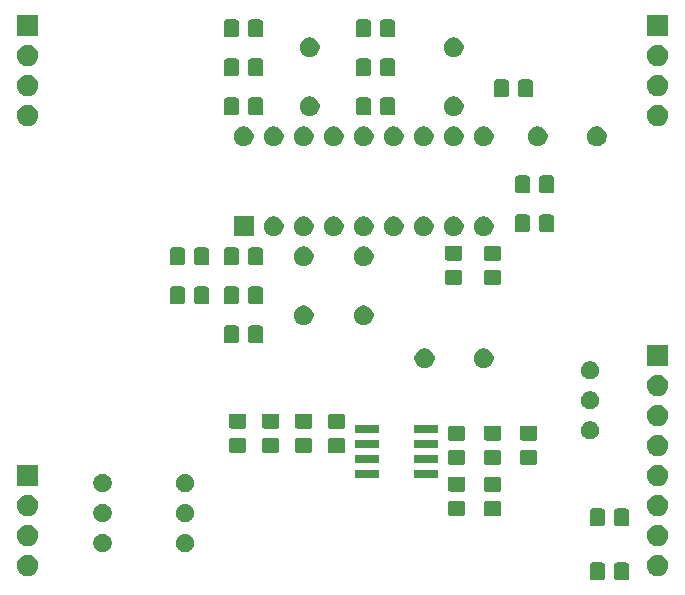
<source format=gts>
G04 #@! TF.GenerationSoftware,KiCad,Pcbnew,5.1.6-c6e7f7d~87~ubuntu18.04.1*
G04 #@! TF.CreationDate,2020-07-17T09:21:27-04:00*
G04 #@! TF.ProjectId,CEM3320_LPF_plug_in_board,43454d33-3332-4305-9f4c-50465f706c75,1.1*
G04 #@! TF.SameCoordinates,Original*
G04 #@! TF.FileFunction,Soldermask,Top*
G04 #@! TF.FilePolarity,Negative*
%FSLAX46Y46*%
G04 Gerber Fmt 4.6, Leading zero omitted, Abs format (unit mm)*
G04 Created by KiCad (PCBNEW 5.1.6-c6e7f7d~87~ubuntu18.04.1) date 2020-07-17 09:21:27*
%MOMM*%
%LPD*%
G01*
G04 APERTURE LIST*
%ADD10C,0.100000*%
G04 APERTURE END LIST*
D10*
G36*
X180295674Y-124221465D02*
G01*
X180333367Y-124232899D01*
X180368103Y-124251466D01*
X180398548Y-124276452D01*
X180423534Y-124306897D01*
X180442101Y-124341633D01*
X180453535Y-124379326D01*
X180458000Y-124424661D01*
X180458000Y-125511339D01*
X180453535Y-125556674D01*
X180442101Y-125594367D01*
X180423534Y-125629103D01*
X180398548Y-125659548D01*
X180368103Y-125684534D01*
X180333367Y-125703101D01*
X180295674Y-125714535D01*
X180250339Y-125719000D01*
X179413661Y-125719000D01*
X179368326Y-125714535D01*
X179330633Y-125703101D01*
X179295897Y-125684534D01*
X179265452Y-125659548D01*
X179240466Y-125629103D01*
X179221899Y-125594367D01*
X179210465Y-125556674D01*
X179206000Y-125511339D01*
X179206000Y-124424661D01*
X179210465Y-124379326D01*
X179221899Y-124341633D01*
X179240466Y-124306897D01*
X179265452Y-124276452D01*
X179295897Y-124251466D01*
X179330633Y-124232899D01*
X179368326Y-124221465D01*
X179413661Y-124217000D01*
X180250339Y-124217000D01*
X180295674Y-124221465D01*
G37*
G36*
X178245674Y-124221465D02*
G01*
X178283367Y-124232899D01*
X178318103Y-124251466D01*
X178348548Y-124276452D01*
X178373534Y-124306897D01*
X178392101Y-124341633D01*
X178403535Y-124379326D01*
X178408000Y-124424661D01*
X178408000Y-125511339D01*
X178403535Y-125556674D01*
X178392101Y-125594367D01*
X178373534Y-125629103D01*
X178348548Y-125659548D01*
X178318103Y-125684534D01*
X178283367Y-125703101D01*
X178245674Y-125714535D01*
X178200339Y-125719000D01*
X177363661Y-125719000D01*
X177318326Y-125714535D01*
X177280633Y-125703101D01*
X177245897Y-125684534D01*
X177215452Y-125659548D01*
X177190466Y-125629103D01*
X177171899Y-125594367D01*
X177160465Y-125556674D01*
X177156000Y-125511339D01*
X177156000Y-124424661D01*
X177160465Y-124379326D01*
X177171899Y-124341633D01*
X177190466Y-124306897D01*
X177215452Y-124276452D01*
X177245897Y-124251466D01*
X177280633Y-124232899D01*
X177318326Y-124221465D01*
X177363661Y-124217000D01*
X178200339Y-124217000D01*
X178245674Y-124221465D01*
G37*
G36*
X129653512Y-123563927D02*
G01*
X129802812Y-123593624D01*
X129966784Y-123661544D01*
X130114354Y-123760147D01*
X130239853Y-123885646D01*
X130338456Y-124033216D01*
X130406376Y-124197188D01*
X130441000Y-124371259D01*
X130441000Y-124548741D01*
X130406376Y-124722812D01*
X130338456Y-124886784D01*
X130239853Y-125034354D01*
X130114354Y-125159853D01*
X129966784Y-125258456D01*
X129802812Y-125326376D01*
X129653512Y-125356073D01*
X129628742Y-125361000D01*
X129451258Y-125361000D01*
X129426488Y-125356073D01*
X129277188Y-125326376D01*
X129113216Y-125258456D01*
X128965646Y-125159853D01*
X128840147Y-125034354D01*
X128741544Y-124886784D01*
X128673624Y-124722812D01*
X128639000Y-124548741D01*
X128639000Y-124371259D01*
X128673624Y-124197188D01*
X128741544Y-124033216D01*
X128840147Y-123885646D01*
X128965646Y-123760147D01*
X129113216Y-123661544D01*
X129277188Y-123593624D01*
X129426488Y-123563927D01*
X129451258Y-123559000D01*
X129628742Y-123559000D01*
X129653512Y-123563927D01*
G37*
G36*
X182993512Y-123563927D02*
G01*
X183142812Y-123593624D01*
X183306784Y-123661544D01*
X183454354Y-123760147D01*
X183579853Y-123885646D01*
X183678456Y-124033216D01*
X183746376Y-124197188D01*
X183781000Y-124371259D01*
X183781000Y-124548741D01*
X183746376Y-124722812D01*
X183678456Y-124886784D01*
X183579853Y-125034354D01*
X183454354Y-125159853D01*
X183306784Y-125258456D01*
X183142812Y-125326376D01*
X182993512Y-125356073D01*
X182968742Y-125361000D01*
X182791258Y-125361000D01*
X182766488Y-125356073D01*
X182617188Y-125326376D01*
X182453216Y-125258456D01*
X182305646Y-125159853D01*
X182180147Y-125034354D01*
X182081544Y-124886784D01*
X182013624Y-124722812D01*
X181979000Y-124548741D01*
X181979000Y-124371259D01*
X182013624Y-124197188D01*
X182081544Y-124033216D01*
X182180147Y-123885646D01*
X182305646Y-123760147D01*
X182453216Y-123661544D01*
X182617188Y-123593624D01*
X182766488Y-123563927D01*
X182791258Y-123559000D01*
X182968742Y-123559000D01*
X182993512Y-123563927D01*
G37*
G36*
X143000589Y-121793876D02*
G01*
X143099893Y-121813629D01*
X143240206Y-121871748D01*
X143366484Y-121956125D01*
X143473875Y-122063516D01*
X143558252Y-122189794D01*
X143616371Y-122330107D01*
X143646000Y-122479063D01*
X143646000Y-122630937D01*
X143616371Y-122779893D01*
X143558252Y-122920206D01*
X143473875Y-123046484D01*
X143366484Y-123153875D01*
X143240206Y-123238252D01*
X143099893Y-123296371D01*
X143000589Y-123316124D01*
X142950938Y-123326000D01*
X142799062Y-123326000D01*
X142749411Y-123316124D01*
X142650107Y-123296371D01*
X142509794Y-123238252D01*
X142383516Y-123153875D01*
X142276125Y-123046484D01*
X142191748Y-122920206D01*
X142133629Y-122779893D01*
X142104000Y-122630937D01*
X142104000Y-122479063D01*
X142133629Y-122330107D01*
X142191748Y-122189794D01*
X142276125Y-122063516D01*
X142383516Y-121956125D01*
X142509794Y-121871748D01*
X142650107Y-121813629D01*
X142749411Y-121793876D01*
X142799062Y-121784000D01*
X142950938Y-121784000D01*
X143000589Y-121793876D01*
G37*
G36*
X136015589Y-121793876D02*
G01*
X136114893Y-121813629D01*
X136255206Y-121871748D01*
X136381484Y-121956125D01*
X136488875Y-122063516D01*
X136573252Y-122189794D01*
X136631371Y-122330107D01*
X136661000Y-122479063D01*
X136661000Y-122630937D01*
X136631371Y-122779893D01*
X136573252Y-122920206D01*
X136488875Y-123046484D01*
X136381484Y-123153875D01*
X136255206Y-123238252D01*
X136114893Y-123296371D01*
X136015589Y-123316124D01*
X135965938Y-123326000D01*
X135814062Y-123326000D01*
X135764411Y-123316124D01*
X135665107Y-123296371D01*
X135524794Y-123238252D01*
X135398516Y-123153875D01*
X135291125Y-123046484D01*
X135206748Y-122920206D01*
X135148629Y-122779893D01*
X135119000Y-122630937D01*
X135119000Y-122479063D01*
X135148629Y-122330107D01*
X135206748Y-122189794D01*
X135291125Y-122063516D01*
X135398516Y-121956125D01*
X135524794Y-121871748D01*
X135665107Y-121813629D01*
X135764411Y-121793876D01*
X135814062Y-121784000D01*
X135965938Y-121784000D01*
X136015589Y-121793876D01*
G37*
G36*
X129653512Y-121023927D02*
G01*
X129802812Y-121053624D01*
X129966784Y-121121544D01*
X130114354Y-121220147D01*
X130239853Y-121345646D01*
X130338456Y-121493216D01*
X130406376Y-121657188D01*
X130441000Y-121831259D01*
X130441000Y-122008741D01*
X130406376Y-122182812D01*
X130338456Y-122346784D01*
X130239853Y-122494354D01*
X130114354Y-122619853D01*
X129966784Y-122718456D01*
X129802812Y-122786376D01*
X129653512Y-122816073D01*
X129628742Y-122821000D01*
X129451258Y-122821000D01*
X129426488Y-122816073D01*
X129277188Y-122786376D01*
X129113216Y-122718456D01*
X128965646Y-122619853D01*
X128840147Y-122494354D01*
X128741544Y-122346784D01*
X128673624Y-122182812D01*
X128639000Y-122008741D01*
X128639000Y-121831259D01*
X128673624Y-121657188D01*
X128741544Y-121493216D01*
X128840147Y-121345646D01*
X128965646Y-121220147D01*
X129113216Y-121121544D01*
X129277188Y-121053624D01*
X129426488Y-121023927D01*
X129451258Y-121019000D01*
X129628742Y-121019000D01*
X129653512Y-121023927D01*
G37*
G36*
X182993512Y-121023927D02*
G01*
X183142812Y-121053624D01*
X183306784Y-121121544D01*
X183454354Y-121220147D01*
X183579853Y-121345646D01*
X183678456Y-121493216D01*
X183746376Y-121657188D01*
X183781000Y-121831259D01*
X183781000Y-122008741D01*
X183746376Y-122182812D01*
X183678456Y-122346784D01*
X183579853Y-122494354D01*
X183454354Y-122619853D01*
X183306784Y-122718456D01*
X183142812Y-122786376D01*
X182993512Y-122816073D01*
X182968742Y-122821000D01*
X182791258Y-122821000D01*
X182766488Y-122816073D01*
X182617188Y-122786376D01*
X182453216Y-122718456D01*
X182305646Y-122619853D01*
X182180147Y-122494354D01*
X182081544Y-122346784D01*
X182013624Y-122182812D01*
X181979000Y-122008741D01*
X181979000Y-121831259D01*
X182013624Y-121657188D01*
X182081544Y-121493216D01*
X182180147Y-121345646D01*
X182305646Y-121220147D01*
X182453216Y-121121544D01*
X182617188Y-121053624D01*
X182766488Y-121023927D01*
X182791258Y-121019000D01*
X182968742Y-121019000D01*
X182993512Y-121023927D01*
G37*
G36*
X178245674Y-119649465D02*
G01*
X178283367Y-119660899D01*
X178318103Y-119679466D01*
X178348548Y-119704452D01*
X178373534Y-119734897D01*
X178392101Y-119769633D01*
X178403535Y-119807326D01*
X178408000Y-119852661D01*
X178408000Y-120939339D01*
X178403535Y-120984674D01*
X178392101Y-121022367D01*
X178373534Y-121057103D01*
X178348548Y-121087548D01*
X178318103Y-121112534D01*
X178283367Y-121131101D01*
X178245674Y-121142535D01*
X178200339Y-121147000D01*
X177363661Y-121147000D01*
X177318326Y-121142535D01*
X177280633Y-121131101D01*
X177245897Y-121112534D01*
X177215452Y-121087548D01*
X177190466Y-121057103D01*
X177171899Y-121022367D01*
X177160465Y-120984674D01*
X177156000Y-120939339D01*
X177156000Y-119852661D01*
X177160465Y-119807326D01*
X177171899Y-119769633D01*
X177190466Y-119734897D01*
X177215452Y-119704452D01*
X177245897Y-119679466D01*
X177280633Y-119660899D01*
X177318326Y-119649465D01*
X177363661Y-119645000D01*
X178200339Y-119645000D01*
X178245674Y-119649465D01*
G37*
G36*
X180295674Y-119649465D02*
G01*
X180333367Y-119660899D01*
X180368103Y-119679466D01*
X180398548Y-119704452D01*
X180423534Y-119734897D01*
X180442101Y-119769633D01*
X180453535Y-119807326D01*
X180458000Y-119852661D01*
X180458000Y-120939339D01*
X180453535Y-120984674D01*
X180442101Y-121022367D01*
X180423534Y-121057103D01*
X180398548Y-121087548D01*
X180368103Y-121112534D01*
X180333367Y-121131101D01*
X180295674Y-121142535D01*
X180250339Y-121147000D01*
X179413661Y-121147000D01*
X179368326Y-121142535D01*
X179330633Y-121131101D01*
X179295897Y-121112534D01*
X179265452Y-121087548D01*
X179240466Y-121057103D01*
X179221899Y-121022367D01*
X179210465Y-120984674D01*
X179206000Y-120939339D01*
X179206000Y-119852661D01*
X179210465Y-119807326D01*
X179221899Y-119769633D01*
X179240466Y-119734897D01*
X179265452Y-119704452D01*
X179295897Y-119679466D01*
X179330633Y-119660899D01*
X179368326Y-119649465D01*
X179413661Y-119645000D01*
X180250339Y-119645000D01*
X180295674Y-119649465D01*
G37*
G36*
X136015589Y-119253876D02*
G01*
X136114893Y-119273629D01*
X136255206Y-119331748D01*
X136381484Y-119416125D01*
X136488875Y-119523516D01*
X136573252Y-119649794D01*
X136631371Y-119790107D01*
X136661000Y-119939063D01*
X136661000Y-120090937D01*
X136631371Y-120239893D01*
X136573252Y-120380206D01*
X136488875Y-120506484D01*
X136381484Y-120613875D01*
X136255206Y-120698252D01*
X136114893Y-120756371D01*
X136015589Y-120776124D01*
X135965938Y-120786000D01*
X135814062Y-120786000D01*
X135764411Y-120776124D01*
X135665107Y-120756371D01*
X135524794Y-120698252D01*
X135398516Y-120613875D01*
X135291125Y-120506484D01*
X135206748Y-120380206D01*
X135148629Y-120239893D01*
X135119000Y-120090937D01*
X135119000Y-119939063D01*
X135148629Y-119790107D01*
X135206748Y-119649794D01*
X135291125Y-119523516D01*
X135398516Y-119416125D01*
X135524794Y-119331748D01*
X135665107Y-119273629D01*
X135764411Y-119253876D01*
X135814062Y-119244000D01*
X135965938Y-119244000D01*
X136015589Y-119253876D01*
G37*
G36*
X143000589Y-119253876D02*
G01*
X143099893Y-119273629D01*
X143240206Y-119331748D01*
X143366484Y-119416125D01*
X143473875Y-119523516D01*
X143558252Y-119649794D01*
X143616371Y-119790107D01*
X143646000Y-119939063D01*
X143646000Y-120090937D01*
X143616371Y-120239893D01*
X143558252Y-120380206D01*
X143473875Y-120506484D01*
X143366484Y-120613875D01*
X143240206Y-120698252D01*
X143099893Y-120756371D01*
X143000589Y-120776124D01*
X142950938Y-120786000D01*
X142799062Y-120786000D01*
X142749411Y-120776124D01*
X142650107Y-120756371D01*
X142509794Y-120698252D01*
X142383516Y-120613875D01*
X142276125Y-120506484D01*
X142191748Y-120380206D01*
X142133629Y-120239893D01*
X142104000Y-120090937D01*
X142104000Y-119939063D01*
X142133629Y-119790107D01*
X142191748Y-119649794D01*
X142276125Y-119523516D01*
X142383516Y-119416125D01*
X142509794Y-119331748D01*
X142650107Y-119273629D01*
X142749411Y-119253876D01*
X142799062Y-119244000D01*
X142950938Y-119244000D01*
X143000589Y-119253876D01*
G37*
G36*
X182993512Y-118483927D02*
G01*
X183142812Y-118513624D01*
X183306784Y-118581544D01*
X183454354Y-118680147D01*
X183579853Y-118805646D01*
X183678456Y-118953216D01*
X183746376Y-119117188D01*
X183781000Y-119291259D01*
X183781000Y-119468741D01*
X183746376Y-119642812D01*
X183678456Y-119806784D01*
X183579853Y-119954354D01*
X183454354Y-120079853D01*
X183306784Y-120178456D01*
X183142812Y-120246376D01*
X183006271Y-120273535D01*
X182968742Y-120281000D01*
X182791258Y-120281000D01*
X182753729Y-120273535D01*
X182617188Y-120246376D01*
X182453216Y-120178456D01*
X182305646Y-120079853D01*
X182180147Y-119954354D01*
X182081544Y-119806784D01*
X182013624Y-119642812D01*
X181979000Y-119468741D01*
X181979000Y-119291259D01*
X182013624Y-119117188D01*
X182081544Y-118953216D01*
X182180147Y-118805646D01*
X182305646Y-118680147D01*
X182453216Y-118581544D01*
X182617188Y-118513624D01*
X182766488Y-118483927D01*
X182791258Y-118479000D01*
X182968742Y-118479000D01*
X182993512Y-118483927D01*
G37*
G36*
X129653512Y-118483927D02*
G01*
X129802812Y-118513624D01*
X129966784Y-118581544D01*
X130114354Y-118680147D01*
X130239853Y-118805646D01*
X130338456Y-118953216D01*
X130406376Y-119117188D01*
X130441000Y-119291259D01*
X130441000Y-119468741D01*
X130406376Y-119642812D01*
X130338456Y-119806784D01*
X130239853Y-119954354D01*
X130114354Y-120079853D01*
X129966784Y-120178456D01*
X129802812Y-120246376D01*
X129666271Y-120273535D01*
X129628742Y-120281000D01*
X129451258Y-120281000D01*
X129413729Y-120273535D01*
X129277188Y-120246376D01*
X129113216Y-120178456D01*
X128965646Y-120079853D01*
X128840147Y-119954354D01*
X128741544Y-119806784D01*
X128673624Y-119642812D01*
X128639000Y-119468741D01*
X128639000Y-119291259D01*
X128673624Y-119117188D01*
X128741544Y-118953216D01*
X128840147Y-118805646D01*
X128965646Y-118680147D01*
X129113216Y-118581544D01*
X129277188Y-118513624D01*
X129426488Y-118483927D01*
X129451258Y-118479000D01*
X129628742Y-118479000D01*
X129653512Y-118483927D01*
G37*
G36*
X169498674Y-119030465D02*
G01*
X169536367Y-119041899D01*
X169571103Y-119060466D01*
X169601548Y-119085452D01*
X169626534Y-119115897D01*
X169645101Y-119150633D01*
X169656535Y-119188326D01*
X169661000Y-119233661D01*
X169661000Y-120070339D01*
X169656535Y-120115674D01*
X169645101Y-120153367D01*
X169626534Y-120188103D01*
X169601548Y-120218548D01*
X169571103Y-120243534D01*
X169536367Y-120262101D01*
X169498674Y-120273535D01*
X169453339Y-120278000D01*
X168366661Y-120278000D01*
X168321326Y-120273535D01*
X168283633Y-120262101D01*
X168248897Y-120243534D01*
X168218452Y-120218548D01*
X168193466Y-120188103D01*
X168174899Y-120153367D01*
X168163465Y-120115674D01*
X168159000Y-120070339D01*
X168159000Y-119233661D01*
X168163465Y-119188326D01*
X168174899Y-119150633D01*
X168193466Y-119115897D01*
X168218452Y-119085452D01*
X168248897Y-119060466D01*
X168283633Y-119041899D01*
X168321326Y-119030465D01*
X168366661Y-119026000D01*
X169453339Y-119026000D01*
X169498674Y-119030465D01*
G37*
G36*
X166450674Y-119012465D02*
G01*
X166488367Y-119023899D01*
X166523103Y-119042466D01*
X166553548Y-119067452D01*
X166578534Y-119097897D01*
X166597101Y-119132633D01*
X166608535Y-119170326D01*
X166613000Y-119215661D01*
X166613000Y-120052339D01*
X166608535Y-120097674D01*
X166597101Y-120135367D01*
X166578534Y-120170103D01*
X166553548Y-120200548D01*
X166523103Y-120225534D01*
X166488367Y-120244101D01*
X166450674Y-120255535D01*
X166405339Y-120260000D01*
X165318661Y-120260000D01*
X165273326Y-120255535D01*
X165235633Y-120244101D01*
X165200897Y-120225534D01*
X165170452Y-120200548D01*
X165145466Y-120170103D01*
X165126899Y-120135367D01*
X165115465Y-120097674D01*
X165111000Y-120052339D01*
X165111000Y-119215661D01*
X165115465Y-119170326D01*
X165126899Y-119132633D01*
X165145466Y-119097897D01*
X165170452Y-119067452D01*
X165200897Y-119042466D01*
X165235633Y-119023899D01*
X165273326Y-119012465D01*
X165318661Y-119008000D01*
X166405339Y-119008000D01*
X166450674Y-119012465D01*
G37*
G36*
X143000589Y-116713876D02*
G01*
X143099893Y-116733629D01*
X143240206Y-116791748D01*
X143366484Y-116876125D01*
X143473875Y-116983516D01*
X143558252Y-117109794D01*
X143616371Y-117250107D01*
X143646000Y-117399063D01*
X143646000Y-117550937D01*
X143616371Y-117699893D01*
X143558252Y-117840206D01*
X143473875Y-117966484D01*
X143366484Y-118073875D01*
X143240206Y-118158252D01*
X143099893Y-118216371D01*
X143000589Y-118236124D01*
X142950938Y-118246000D01*
X142799062Y-118246000D01*
X142749411Y-118236124D01*
X142650107Y-118216371D01*
X142509794Y-118158252D01*
X142383516Y-118073875D01*
X142276125Y-117966484D01*
X142191748Y-117840206D01*
X142133629Y-117699893D01*
X142104000Y-117550937D01*
X142104000Y-117399063D01*
X142133629Y-117250107D01*
X142191748Y-117109794D01*
X142276125Y-116983516D01*
X142383516Y-116876125D01*
X142509794Y-116791748D01*
X142650107Y-116733629D01*
X142749411Y-116713876D01*
X142799062Y-116704000D01*
X142950938Y-116704000D01*
X143000589Y-116713876D01*
G37*
G36*
X136015589Y-116713876D02*
G01*
X136114893Y-116733629D01*
X136255206Y-116791748D01*
X136381484Y-116876125D01*
X136488875Y-116983516D01*
X136573252Y-117109794D01*
X136631371Y-117250107D01*
X136661000Y-117399063D01*
X136661000Y-117550937D01*
X136631371Y-117699893D01*
X136573252Y-117840206D01*
X136488875Y-117966484D01*
X136381484Y-118073875D01*
X136255206Y-118158252D01*
X136114893Y-118216371D01*
X136015589Y-118236124D01*
X135965938Y-118246000D01*
X135814062Y-118246000D01*
X135764411Y-118236124D01*
X135665107Y-118216371D01*
X135524794Y-118158252D01*
X135398516Y-118073875D01*
X135291125Y-117966484D01*
X135206748Y-117840206D01*
X135148629Y-117699893D01*
X135119000Y-117550937D01*
X135119000Y-117399063D01*
X135148629Y-117250107D01*
X135206748Y-117109794D01*
X135291125Y-116983516D01*
X135398516Y-116876125D01*
X135524794Y-116791748D01*
X135665107Y-116733629D01*
X135764411Y-116713876D01*
X135814062Y-116704000D01*
X135965938Y-116704000D01*
X136015589Y-116713876D01*
G37*
G36*
X169498674Y-116980465D02*
G01*
X169536367Y-116991899D01*
X169571103Y-117010466D01*
X169601548Y-117035452D01*
X169626534Y-117065897D01*
X169645101Y-117100633D01*
X169656535Y-117138326D01*
X169661000Y-117183661D01*
X169661000Y-118020339D01*
X169656535Y-118065674D01*
X169645101Y-118103367D01*
X169626534Y-118138103D01*
X169601548Y-118168548D01*
X169571103Y-118193534D01*
X169536367Y-118212101D01*
X169498674Y-118223535D01*
X169453339Y-118228000D01*
X168366661Y-118228000D01*
X168321326Y-118223535D01*
X168283633Y-118212101D01*
X168248897Y-118193534D01*
X168218452Y-118168548D01*
X168193466Y-118138103D01*
X168174899Y-118103367D01*
X168163465Y-118065674D01*
X168159000Y-118020339D01*
X168159000Y-117183661D01*
X168163465Y-117138326D01*
X168174899Y-117100633D01*
X168193466Y-117065897D01*
X168218452Y-117035452D01*
X168248897Y-117010466D01*
X168283633Y-116991899D01*
X168321326Y-116980465D01*
X168366661Y-116976000D01*
X169453339Y-116976000D01*
X169498674Y-116980465D01*
G37*
G36*
X166450674Y-116962465D02*
G01*
X166488367Y-116973899D01*
X166523103Y-116992466D01*
X166553548Y-117017452D01*
X166578534Y-117047897D01*
X166597101Y-117082633D01*
X166608535Y-117120326D01*
X166613000Y-117165661D01*
X166613000Y-118002339D01*
X166608535Y-118047674D01*
X166597101Y-118085367D01*
X166578534Y-118120103D01*
X166553548Y-118150548D01*
X166523103Y-118175534D01*
X166488367Y-118194101D01*
X166450674Y-118205535D01*
X166405339Y-118210000D01*
X165318661Y-118210000D01*
X165273326Y-118205535D01*
X165235633Y-118194101D01*
X165200897Y-118175534D01*
X165170452Y-118150548D01*
X165145466Y-118120103D01*
X165126899Y-118085367D01*
X165115465Y-118047674D01*
X165111000Y-118002339D01*
X165111000Y-117165661D01*
X165115465Y-117120326D01*
X165126899Y-117082633D01*
X165145466Y-117047897D01*
X165170452Y-117017452D01*
X165200897Y-116992466D01*
X165235633Y-116973899D01*
X165273326Y-116962465D01*
X165318661Y-116958000D01*
X166405339Y-116958000D01*
X166450674Y-116962465D01*
G37*
G36*
X130441000Y-117741000D02*
G01*
X128639000Y-117741000D01*
X128639000Y-115939000D01*
X130441000Y-115939000D01*
X130441000Y-117741000D01*
G37*
G36*
X182993512Y-115943927D02*
G01*
X183142812Y-115973624D01*
X183306784Y-116041544D01*
X183454354Y-116140147D01*
X183579853Y-116265646D01*
X183678456Y-116413216D01*
X183746376Y-116577188D01*
X183781000Y-116751259D01*
X183781000Y-116928741D01*
X183746376Y-117102812D01*
X183678456Y-117266784D01*
X183579853Y-117414354D01*
X183454354Y-117539853D01*
X183306784Y-117638456D01*
X183142812Y-117706376D01*
X182993512Y-117736073D01*
X182968742Y-117741000D01*
X182791258Y-117741000D01*
X182766488Y-117736073D01*
X182617188Y-117706376D01*
X182453216Y-117638456D01*
X182305646Y-117539853D01*
X182180147Y-117414354D01*
X182081544Y-117266784D01*
X182013624Y-117102812D01*
X181979000Y-116928741D01*
X181979000Y-116751259D01*
X182013624Y-116577188D01*
X182081544Y-116413216D01*
X182180147Y-116265646D01*
X182305646Y-116140147D01*
X182453216Y-116041544D01*
X182617188Y-115973624D01*
X182766488Y-115943927D01*
X182791258Y-115939000D01*
X182968742Y-115939000D01*
X182993512Y-115943927D01*
G37*
G36*
X164191928Y-116364764D02*
G01*
X164213009Y-116371160D01*
X164232445Y-116381548D01*
X164249476Y-116395524D01*
X164263452Y-116412555D01*
X164273840Y-116431991D01*
X164280236Y-116453072D01*
X164283000Y-116481140D01*
X164283000Y-116944860D01*
X164280236Y-116972928D01*
X164273840Y-116994009D01*
X164263452Y-117013445D01*
X164249476Y-117030476D01*
X164232445Y-117044452D01*
X164213009Y-117054840D01*
X164191928Y-117061236D01*
X164163860Y-117064000D01*
X162350140Y-117064000D01*
X162322072Y-117061236D01*
X162300991Y-117054840D01*
X162281555Y-117044452D01*
X162264524Y-117030476D01*
X162250548Y-117013445D01*
X162240160Y-116994009D01*
X162233764Y-116972928D01*
X162231000Y-116944860D01*
X162231000Y-116481140D01*
X162233764Y-116453072D01*
X162240160Y-116431991D01*
X162250548Y-116412555D01*
X162264524Y-116395524D01*
X162281555Y-116381548D01*
X162300991Y-116371160D01*
X162322072Y-116364764D01*
X162350140Y-116362000D01*
X164163860Y-116362000D01*
X164191928Y-116364764D01*
G37*
G36*
X159241928Y-116364764D02*
G01*
X159263009Y-116371160D01*
X159282445Y-116381548D01*
X159299476Y-116395524D01*
X159313452Y-116412555D01*
X159323840Y-116431991D01*
X159330236Y-116453072D01*
X159333000Y-116481140D01*
X159333000Y-116944860D01*
X159330236Y-116972928D01*
X159323840Y-116994009D01*
X159313452Y-117013445D01*
X159299476Y-117030476D01*
X159282445Y-117044452D01*
X159263009Y-117054840D01*
X159241928Y-117061236D01*
X159213860Y-117064000D01*
X157400140Y-117064000D01*
X157372072Y-117061236D01*
X157350991Y-117054840D01*
X157331555Y-117044452D01*
X157314524Y-117030476D01*
X157300548Y-117013445D01*
X157290160Y-116994009D01*
X157283764Y-116972928D01*
X157281000Y-116944860D01*
X157281000Y-116481140D01*
X157283764Y-116453072D01*
X157290160Y-116431991D01*
X157300548Y-116412555D01*
X157314524Y-116395524D01*
X157331555Y-116381548D01*
X157350991Y-116371160D01*
X157372072Y-116364764D01*
X157400140Y-116362000D01*
X159213860Y-116362000D01*
X159241928Y-116364764D01*
G37*
G36*
X166450674Y-114703465D02*
G01*
X166488367Y-114714899D01*
X166523103Y-114733466D01*
X166553548Y-114758452D01*
X166578534Y-114788897D01*
X166597101Y-114823633D01*
X166608535Y-114861326D01*
X166613000Y-114906661D01*
X166613000Y-115743339D01*
X166608535Y-115788674D01*
X166597101Y-115826367D01*
X166578534Y-115861103D01*
X166553548Y-115891548D01*
X166523103Y-115916534D01*
X166488367Y-115935101D01*
X166450674Y-115946535D01*
X166405339Y-115951000D01*
X165318661Y-115951000D01*
X165273326Y-115946535D01*
X165235633Y-115935101D01*
X165200897Y-115916534D01*
X165170452Y-115891548D01*
X165145466Y-115861103D01*
X165126899Y-115826367D01*
X165115465Y-115788674D01*
X165111000Y-115743339D01*
X165111000Y-114906661D01*
X165115465Y-114861326D01*
X165126899Y-114823633D01*
X165145466Y-114788897D01*
X165170452Y-114758452D01*
X165200897Y-114733466D01*
X165235633Y-114714899D01*
X165273326Y-114703465D01*
X165318661Y-114699000D01*
X166405339Y-114699000D01*
X166450674Y-114703465D01*
G37*
G36*
X172546674Y-114694465D02*
G01*
X172584367Y-114705899D01*
X172619103Y-114724466D01*
X172649548Y-114749452D01*
X172674534Y-114779897D01*
X172693101Y-114814633D01*
X172704535Y-114852326D01*
X172709000Y-114897661D01*
X172709000Y-115734339D01*
X172704535Y-115779674D01*
X172693101Y-115817367D01*
X172674534Y-115852103D01*
X172649548Y-115882548D01*
X172619103Y-115907534D01*
X172584367Y-115926101D01*
X172546674Y-115937535D01*
X172501339Y-115942000D01*
X171414661Y-115942000D01*
X171369326Y-115937535D01*
X171331633Y-115926101D01*
X171296897Y-115907534D01*
X171266452Y-115882548D01*
X171241466Y-115852103D01*
X171222899Y-115817367D01*
X171211465Y-115779674D01*
X171207000Y-115734339D01*
X171207000Y-114897661D01*
X171211465Y-114852326D01*
X171222899Y-114814633D01*
X171241466Y-114779897D01*
X171266452Y-114749452D01*
X171296897Y-114724466D01*
X171331633Y-114705899D01*
X171369326Y-114694465D01*
X171414661Y-114690000D01*
X172501339Y-114690000D01*
X172546674Y-114694465D01*
G37*
G36*
X169498674Y-114694465D02*
G01*
X169536367Y-114705899D01*
X169571103Y-114724466D01*
X169601548Y-114749452D01*
X169626534Y-114779897D01*
X169645101Y-114814633D01*
X169656535Y-114852326D01*
X169661000Y-114897661D01*
X169661000Y-115734339D01*
X169656535Y-115779674D01*
X169645101Y-115817367D01*
X169626534Y-115852103D01*
X169601548Y-115882548D01*
X169571103Y-115907534D01*
X169536367Y-115926101D01*
X169498674Y-115937535D01*
X169453339Y-115942000D01*
X168366661Y-115942000D01*
X168321326Y-115937535D01*
X168283633Y-115926101D01*
X168248897Y-115907534D01*
X168218452Y-115882548D01*
X168193466Y-115852103D01*
X168174899Y-115817367D01*
X168163465Y-115779674D01*
X168159000Y-115734339D01*
X168159000Y-114897661D01*
X168163465Y-114852326D01*
X168174899Y-114814633D01*
X168193466Y-114779897D01*
X168218452Y-114749452D01*
X168248897Y-114724466D01*
X168283633Y-114705899D01*
X168321326Y-114694465D01*
X168366661Y-114690000D01*
X169453339Y-114690000D01*
X169498674Y-114694465D01*
G37*
G36*
X164191928Y-115094764D02*
G01*
X164213009Y-115101160D01*
X164232445Y-115111548D01*
X164249476Y-115125524D01*
X164263452Y-115142555D01*
X164273840Y-115161991D01*
X164280236Y-115183072D01*
X164283000Y-115211140D01*
X164283000Y-115674860D01*
X164280236Y-115702928D01*
X164273840Y-115724009D01*
X164263452Y-115743445D01*
X164249476Y-115760476D01*
X164232445Y-115774452D01*
X164213009Y-115784840D01*
X164191928Y-115791236D01*
X164163860Y-115794000D01*
X162350140Y-115794000D01*
X162322072Y-115791236D01*
X162300991Y-115784840D01*
X162281555Y-115774452D01*
X162264524Y-115760476D01*
X162250548Y-115743445D01*
X162240160Y-115724009D01*
X162233764Y-115702928D01*
X162231000Y-115674860D01*
X162231000Y-115211140D01*
X162233764Y-115183072D01*
X162240160Y-115161991D01*
X162250548Y-115142555D01*
X162264524Y-115125524D01*
X162281555Y-115111548D01*
X162300991Y-115101160D01*
X162322072Y-115094764D01*
X162350140Y-115092000D01*
X164163860Y-115092000D01*
X164191928Y-115094764D01*
G37*
G36*
X159241928Y-115094764D02*
G01*
X159263009Y-115101160D01*
X159282445Y-115111548D01*
X159299476Y-115125524D01*
X159313452Y-115142555D01*
X159323840Y-115161991D01*
X159330236Y-115183072D01*
X159333000Y-115211140D01*
X159333000Y-115674860D01*
X159330236Y-115702928D01*
X159323840Y-115724009D01*
X159313452Y-115743445D01*
X159299476Y-115760476D01*
X159282445Y-115774452D01*
X159263009Y-115784840D01*
X159241928Y-115791236D01*
X159213860Y-115794000D01*
X157400140Y-115794000D01*
X157372072Y-115791236D01*
X157350991Y-115784840D01*
X157331555Y-115774452D01*
X157314524Y-115760476D01*
X157300548Y-115743445D01*
X157290160Y-115724009D01*
X157283764Y-115702928D01*
X157281000Y-115674860D01*
X157281000Y-115211140D01*
X157283764Y-115183072D01*
X157290160Y-115161991D01*
X157300548Y-115142555D01*
X157314524Y-115125524D01*
X157331555Y-115111548D01*
X157350991Y-115101160D01*
X157372072Y-115094764D01*
X157400140Y-115092000D01*
X159213860Y-115092000D01*
X159241928Y-115094764D01*
G37*
G36*
X182993512Y-113403927D02*
G01*
X183142812Y-113433624D01*
X183306784Y-113501544D01*
X183454354Y-113600147D01*
X183579853Y-113725646D01*
X183678456Y-113873216D01*
X183746376Y-114037188D01*
X183781000Y-114211259D01*
X183781000Y-114388741D01*
X183746376Y-114562812D01*
X183678456Y-114726784D01*
X183579853Y-114874354D01*
X183454354Y-114999853D01*
X183306784Y-115098456D01*
X183142812Y-115166376D01*
X182993512Y-115196073D01*
X182968742Y-115201000D01*
X182791258Y-115201000D01*
X182766488Y-115196073D01*
X182617188Y-115166376D01*
X182453216Y-115098456D01*
X182305646Y-114999853D01*
X182180147Y-114874354D01*
X182081544Y-114726784D01*
X182013624Y-114562812D01*
X181979000Y-114388741D01*
X181979000Y-114211259D01*
X182013624Y-114037188D01*
X182081544Y-113873216D01*
X182180147Y-113725646D01*
X182305646Y-113600147D01*
X182453216Y-113501544D01*
X182617188Y-113433624D01*
X182766488Y-113403927D01*
X182791258Y-113399000D01*
X182968742Y-113399000D01*
X182993512Y-113403927D01*
G37*
G36*
X156290674Y-113696465D02*
G01*
X156328367Y-113707899D01*
X156363103Y-113726466D01*
X156393548Y-113751452D01*
X156418534Y-113781897D01*
X156437101Y-113816633D01*
X156448535Y-113854326D01*
X156453000Y-113899661D01*
X156453000Y-114736339D01*
X156448535Y-114781674D01*
X156437101Y-114819367D01*
X156418534Y-114854103D01*
X156393548Y-114884548D01*
X156363103Y-114909534D01*
X156328367Y-114928101D01*
X156290674Y-114939535D01*
X156245339Y-114944000D01*
X155158661Y-114944000D01*
X155113326Y-114939535D01*
X155075633Y-114928101D01*
X155040897Y-114909534D01*
X155010452Y-114884548D01*
X154985466Y-114854103D01*
X154966899Y-114819367D01*
X154955465Y-114781674D01*
X154951000Y-114736339D01*
X154951000Y-113899661D01*
X154955465Y-113854326D01*
X154966899Y-113816633D01*
X154985466Y-113781897D01*
X155010452Y-113751452D01*
X155040897Y-113726466D01*
X155075633Y-113707899D01*
X155113326Y-113696465D01*
X155158661Y-113692000D01*
X156245339Y-113692000D01*
X156290674Y-113696465D01*
G37*
G36*
X147908674Y-113678465D02*
G01*
X147946367Y-113689899D01*
X147981103Y-113708466D01*
X148011548Y-113733452D01*
X148036534Y-113763897D01*
X148055101Y-113798633D01*
X148066535Y-113836326D01*
X148071000Y-113881661D01*
X148071000Y-114718339D01*
X148066535Y-114763674D01*
X148055101Y-114801367D01*
X148036534Y-114836103D01*
X148011548Y-114866548D01*
X147981103Y-114891534D01*
X147946367Y-114910101D01*
X147908674Y-114921535D01*
X147863339Y-114926000D01*
X146776661Y-114926000D01*
X146731326Y-114921535D01*
X146693633Y-114910101D01*
X146658897Y-114891534D01*
X146628452Y-114866548D01*
X146603466Y-114836103D01*
X146584899Y-114801367D01*
X146573465Y-114763674D01*
X146569000Y-114718339D01*
X146569000Y-113881661D01*
X146573465Y-113836326D01*
X146584899Y-113798633D01*
X146603466Y-113763897D01*
X146628452Y-113733452D01*
X146658897Y-113708466D01*
X146693633Y-113689899D01*
X146731326Y-113678465D01*
X146776661Y-113674000D01*
X147863339Y-113674000D01*
X147908674Y-113678465D01*
G37*
G36*
X153496674Y-113678465D02*
G01*
X153534367Y-113689899D01*
X153569103Y-113708466D01*
X153599548Y-113733452D01*
X153624534Y-113763897D01*
X153643101Y-113798633D01*
X153654535Y-113836326D01*
X153659000Y-113881661D01*
X153659000Y-114718339D01*
X153654535Y-114763674D01*
X153643101Y-114801367D01*
X153624534Y-114836103D01*
X153599548Y-114866548D01*
X153569103Y-114891534D01*
X153534367Y-114910101D01*
X153496674Y-114921535D01*
X153451339Y-114926000D01*
X152364661Y-114926000D01*
X152319326Y-114921535D01*
X152281633Y-114910101D01*
X152246897Y-114891534D01*
X152216452Y-114866548D01*
X152191466Y-114836103D01*
X152172899Y-114801367D01*
X152161465Y-114763674D01*
X152157000Y-114718339D01*
X152157000Y-113881661D01*
X152161465Y-113836326D01*
X152172899Y-113798633D01*
X152191466Y-113763897D01*
X152216452Y-113733452D01*
X152246897Y-113708466D01*
X152281633Y-113689899D01*
X152319326Y-113678465D01*
X152364661Y-113674000D01*
X153451339Y-113674000D01*
X153496674Y-113678465D01*
G37*
G36*
X150702674Y-113678465D02*
G01*
X150740367Y-113689899D01*
X150775103Y-113708466D01*
X150805548Y-113733452D01*
X150830534Y-113763897D01*
X150849101Y-113798633D01*
X150860535Y-113836326D01*
X150865000Y-113881661D01*
X150865000Y-114718339D01*
X150860535Y-114763674D01*
X150849101Y-114801367D01*
X150830534Y-114836103D01*
X150805548Y-114866548D01*
X150775103Y-114891534D01*
X150740367Y-114910101D01*
X150702674Y-114921535D01*
X150657339Y-114926000D01*
X149570661Y-114926000D01*
X149525326Y-114921535D01*
X149487633Y-114910101D01*
X149452897Y-114891534D01*
X149422452Y-114866548D01*
X149397466Y-114836103D01*
X149378899Y-114801367D01*
X149367465Y-114763674D01*
X149363000Y-114718339D01*
X149363000Y-113881661D01*
X149367465Y-113836326D01*
X149378899Y-113798633D01*
X149397466Y-113763897D01*
X149422452Y-113733452D01*
X149452897Y-113708466D01*
X149487633Y-113689899D01*
X149525326Y-113678465D01*
X149570661Y-113674000D01*
X150657339Y-113674000D01*
X150702674Y-113678465D01*
G37*
G36*
X164191928Y-113824764D02*
G01*
X164213009Y-113831160D01*
X164232445Y-113841548D01*
X164249476Y-113855524D01*
X164263452Y-113872555D01*
X164273840Y-113891991D01*
X164280236Y-113913072D01*
X164283000Y-113941140D01*
X164283000Y-114404860D01*
X164280236Y-114432928D01*
X164273840Y-114454009D01*
X164263452Y-114473445D01*
X164249476Y-114490476D01*
X164232445Y-114504452D01*
X164213009Y-114514840D01*
X164191928Y-114521236D01*
X164163860Y-114524000D01*
X162350140Y-114524000D01*
X162322072Y-114521236D01*
X162300991Y-114514840D01*
X162281555Y-114504452D01*
X162264524Y-114490476D01*
X162250548Y-114473445D01*
X162240160Y-114454009D01*
X162233764Y-114432928D01*
X162231000Y-114404860D01*
X162231000Y-113941140D01*
X162233764Y-113913072D01*
X162240160Y-113891991D01*
X162250548Y-113872555D01*
X162264524Y-113855524D01*
X162281555Y-113841548D01*
X162300991Y-113831160D01*
X162322072Y-113824764D01*
X162350140Y-113822000D01*
X164163860Y-113822000D01*
X164191928Y-113824764D01*
G37*
G36*
X159241928Y-113824764D02*
G01*
X159263009Y-113831160D01*
X159282445Y-113841548D01*
X159299476Y-113855524D01*
X159313452Y-113872555D01*
X159323840Y-113891991D01*
X159330236Y-113913072D01*
X159333000Y-113941140D01*
X159333000Y-114404860D01*
X159330236Y-114432928D01*
X159323840Y-114454009D01*
X159313452Y-114473445D01*
X159299476Y-114490476D01*
X159282445Y-114504452D01*
X159263009Y-114514840D01*
X159241928Y-114521236D01*
X159213860Y-114524000D01*
X157400140Y-114524000D01*
X157372072Y-114521236D01*
X157350991Y-114514840D01*
X157331555Y-114504452D01*
X157314524Y-114490476D01*
X157300548Y-114473445D01*
X157290160Y-114454009D01*
X157283764Y-114432928D01*
X157281000Y-114404860D01*
X157281000Y-113941140D01*
X157283764Y-113913072D01*
X157290160Y-113891991D01*
X157300548Y-113872555D01*
X157314524Y-113855524D01*
X157331555Y-113841548D01*
X157350991Y-113831160D01*
X157372072Y-113824764D01*
X157400140Y-113822000D01*
X159213860Y-113822000D01*
X159241928Y-113824764D01*
G37*
G36*
X166450674Y-112653465D02*
G01*
X166488367Y-112664899D01*
X166523103Y-112683466D01*
X166553548Y-112708452D01*
X166578534Y-112738897D01*
X166597101Y-112773633D01*
X166608535Y-112811326D01*
X166613000Y-112856661D01*
X166613000Y-113693339D01*
X166608535Y-113738674D01*
X166597101Y-113776367D01*
X166578534Y-113811103D01*
X166553548Y-113841548D01*
X166523103Y-113866534D01*
X166488367Y-113885101D01*
X166450674Y-113896535D01*
X166405339Y-113901000D01*
X165318661Y-113901000D01*
X165273326Y-113896535D01*
X165235633Y-113885101D01*
X165200897Y-113866534D01*
X165170452Y-113841548D01*
X165145466Y-113811103D01*
X165126899Y-113776367D01*
X165115465Y-113738674D01*
X165111000Y-113693339D01*
X165111000Y-112856661D01*
X165115465Y-112811326D01*
X165126899Y-112773633D01*
X165145466Y-112738897D01*
X165170452Y-112708452D01*
X165200897Y-112683466D01*
X165235633Y-112664899D01*
X165273326Y-112653465D01*
X165318661Y-112649000D01*
X166405339Y-112649000D01*
X166450674Y-112653465D01*
G37*
G36*
X169498674Y-112644465D02*
G01*
X169536367Y-112655899D01*
X169571103Y-112674466D01*
X169601548Y-112699452D01*
X169626534Y-112729897D01*
X169645101Y-112764633D01*
X169656535Y-112802326D01*
X169661000Y-112847661D01*
X169661000Y-113684339D01*
X169656535Y-113729674D01*
X169645101Y-113767367D01*
X169626534Y-113802103D01*
X169601548Y-113832548D01*
X169571103Y-113857534D01*
X169536367Y-113876101D01*
X169498674Y-113887535D01*
X169453339Y-113892000D01*
X168366661Y-113892000D01*
X168321326Y-113887535D01*
X168283633Y-113876101D01*
X168248897Y-113857534D01*
X168218452Y-113832548D01*
X168193466Y-113802103D01*
X168174899Y-113767367D01*
X168163465Y-113729674D01*
X168159000Y-113684339D01*
X168159000Y-112847661D01*
X168163465Y-112802326D01*
X168174899Y-112764633D01*
X168193466Y-112729897D01*
X168218452Y-112699452D01*
X168248897Y-112674466D01*
X168283633Y-112655899D01*
X168321326Y-112644465D01*
X168366661Y-112640000D01*
X169453339Y-112640000D01*
X169498674Y-112644465D01*
G37*
G36*
X172546674Y-112644465D02*
G01*
X172584367Y-112655899D01*
X172619103Y-112674466D01*
X172649548Y-112699452D01*
X172674534Y-112729897D01*
X172693101Y-112764633D01*
X172704535Y-112802326D01*
X172709000Y-112847661D01*
X172709000Y-113684339D01*
X172704535Y-113729674D01*
X172693101Y-113767367D01*
X172674534Y-113802103D01*
X172649548Y-113832548D01*
X172619103Y-113857534D01*
X172584367Y-113876101D01*
X172546674Y-113887535D01*
X172501339Y-113892000D01*
X171414661Y-113892000D01*
X171369326Y-113887535D01*
X171331633Y-113876101D01*
X171296897Y-113857534D01*
X171266452Y-113832548D01*
X171241466Y-113802103D01*
X171222899Y-113767367D01*
X171211465Y-113729674D01*
X171207000Y-113684339D01*
X171207000Y-112847661D01*
X171211465Y-112802326D01*
X171222899Y-112764633D01*
X171241466Y-112729897D01*
X171266452Y-112699452D01*
X171296897Y-112674466D01*
X171331633Y-112655899D01*
X171369326Y-112644465D01*
X171414661Y-112640000D01*
X172501339Y-112640000D01*
X172546674Y-112644465D01*
G37*
G36*
X177290589Y-112268876D02*
G01*
X177389893Y-112288629D01*
X177530206Y-112346748D01*
X177656484Y-112431125D01*
X177763875Y-112538516D01*
X177848252Y-112664794D01*
X177906371Y-112805107D01*
X177936000Y-112954063D01*
X177936000Y-113105937D01*
X177906371Y-113254893D01*
X177848252Y-113395206D01*
X177763875Y-113521484D01*
X177656484Y-113628875D01*
X177530206Y-113713252D01*
X177389893Y-113771371D01*
X177290589Y-113791124D01*
X177240938Y-113801000D01*
X177089062Y-113801000D01*
X177039411Y-113791124D01*
X176940107Y-113771371D01*
X176799794Y-113713252D01*
X176673516Y-113628875D01*
X176566125Y-113521484D01*
X176481748Y-113395206D01*
X176423629Y-113254893D01*
X176394000Y-113105937D01*
X176394000Y-112954063D01*
X176423629Y-112805107D01*
X176481748Y-112664794D01*
X176566125Y-112538516D01*
X176673516Y-112431125D01*
X176799794Y-112346748D01*
X176940107Y-112288629D01*
X177039411Y-112268876D01*
X177089062Y-112259000D01*
X177240938Y-112259000D01*
X177290589Y-112268876D01*
G37*
G36*
X164191928Y-112554764D02*
G01*
X164213009Y-112561160D01*
X164232445Y-112571548D01*
X164249476Y-112585524D01*
X164263452Y-112602555D01*
X164273840Y-112621991D01*
X164280236Y-112643072D01*
X164283000Y-112671140D01*
X164283000Y-113134860D01*
X164280236Y-113162928D01*
X164273840Y-113184009D01*
X164263452Y-113203445D01*
X164249476Y-113220476D01*
X164232445Y-113234452D01*
X164213009Y-113244840D01*
X164191928Y-113251236D01*
X164163860Y-113254000D01*
X162350140Y-113254000D01*
X162322072Y-113251236D01*
X162300991Y-113244840D01*
X162281555Y-113234452D01*
X162264524Y-113220476D01*
X162250548Y-113203445D01*
X162240160Y-113184009D01*
X162233764Y-113162928D01*
X162231000Y-113134860D01*
X162231000Y-112671140D01*
X162233764Y-112643072D01*
X162240160Y-112621991D01*
X162250548Y-112602555D01*
X162264524Y-112585524D01*
X162281555Y-112571548D01*
X162300991Y-112561160D01*
X162322072Y-112554764D01*
X162350140Y-112552000D01*
X164163860Y-112552000D01*
X164191928Y-112554764D01*
G37*
G36*
X159241928Y-112554764D02*
G01*
X159263009Y-112561160D01*
X159282445Y-112571548D01*
X159299476Y-112585524D01*
X159313452Y-112602555D01*
X159323840Y-112621991D01*
X159330236Y-112643072D01*
X159333000Y-112671140D01*
X159333000Y-113134860D01*
X159330236Y-113162928D01*
X159323840Y-113184009D01*
X159313452Y-113203445D01*
X159299476Y-113220476D01*
X159282445Y-113234452D01*
X159263009Y-113244840D01*
X159241928Y-113251236D01*
X159213860Y-113254000D01*
X157400140Y-113254000D01*
X157372072Y-113251236D01*
X157350991Y-113244840D01*
X157331555Y-113234452D01*
X157314524Y-113220476D01*
X157300548Y-113203445D01*
X157290160Y-113184009D01*
X157283764Y-113162928D01*
X157281000Y-113134860D01*
X157281000Y-112671140D01*
X157283764Y-112643072D01*
X157290160Y-112621991D01*
X157300548Y-112602555D01*
X157314524Y-112585524D01*
X157331555Y-112571548D01*
X157350991Y-112561160D01*
X157372072Y-112554764D01*
X157400140Y-112552000D01*
X159213860Y-112552000D01*
X159241928Y-112554764D01*
G37*
G36*
X156290674Y-111646465D02*
G01*
X156328367Y-111657899D01*
X156363103Y-111676466D01*
X156393548Y-111701452D01*
X156418534Y-111731897D01*
X156437101Y-111766633D01*
X156448535Y-111804326D01*
X156453000Y-111849661D01*
X156453000Y-112686339D01*
X156448535Y-112731674D01*
X156437101Y-112769367D01*
X156418534Y-112804103D01*
X156393548Y-112834548D01*
X156363103Y-112859534D01*
X156328367Y-112878101D01*
X156290674Y-112889535D01*
X156245339Y-112894000D01*
X155158661Y-112894000D01*
X155113326Y-112889535D01*
X155075633Y-112878101D01*
X155040897Y-112859534D01*
X155010452Y-112834548D01*
X154985466Y-112804103D01*
X154966899Y-112769367D01*
X154955465Y-112731674D01*
X154951000Y-112686339D01*
X154951000Y-111849661D01*
X154955465Y-111804326D01*
X154966899Y-111766633D01*
X154985466Y-111731897D01*
X155010452Y-111701452D01*
X155040897Y-111676466D01*
X155075633Y-111657899D01*
X155113326Y-111646465D01*
X155158661Y-111642000D01*
X156245339Y-111642000D01*
X156290674Y-111646465D01*
G37*
G36*
X147908674Y-111628465D02*
G01*
X147946367Y-111639899D01*
X147981103Y-111658466D01*
X148011548Y-111683452D01*
X148036534Y-111713897D01*
X148055101Y-111748633D01*
X148066535Y-111786326D01*
X148071000Y-111831661D01*
X148071000Y-112668339D01*
X148066535Y-112713674D01*
X148055101Y-112751367D01*
X148036534Y-112786103D01*
X148011548Y-112816548D01*
X147981103Y-112841534D01*
X147946367Y-112860101D01*
X147908674Y-112871535D01*
X147863339Y-112876000D01*
X146776661Y-112876000D01*
X146731326Y-112871535D01*
X146693633Y-112860101D01*
X146658897Y-112841534D01*
X146628452Y-112816548D01*
X146603466Y-112786103D01*
X146584899Y-112751367D01*
X146573465Y-112713674D01*
X146569000Y-112668339D01*
X146569000Y-111831661D01*
X146573465Y-111786326D01*
X146584899Y-111748633D01*
X146603466Y-111713897D01*
X146628452Y-111683452D01*
X146658897Y-111658466D01*
X146693633Y-111639899D01*
X146731326Y-111628465D01*
X146776661Y-111624000D01*
X147863339Y-111624000D01*
X147908674Y-111628465D01*
G37*
G36*
X150702674Y-111628465D02*
G01*
X150740367Y-111639899D01*
X150775103Y-111658466D01*
X150805548Y-111683452D01*
X150830534Y-111713897D01*
X150849101Y-111748633D01*
X150860535Y-111786326D01*
X150865000Y-111831661D01*
X150865000Y-112668339D01*
X150860535Y-112713674D01*
X150849101Y-112751367D01*
X150830534Y-112786103D01*
X150805548Y-112816548D01*
X150775103Y-112841534D01*
X150740367Y-112860101D01*
X150702674Y-112871535D01*
X150657339Y-112876000D01*
X149570661Y-112876000D01*
X149525326Y-112871535D01*
X149487633Y-112860101D01*
X149452897Y-112841534D01*
X149422452Y-112816548D01*
X149397466Y-112786103D01*
X149378899Y-112751367D01*
X149367465Y-112713674D01*
X149363000Y-112668339D01*
X149363000Y-111831661D01*
X149367465Y-111786326D01*
X149378899Y-111748633D01*
X149397466Y-111713897D01*
X149422452Y-111683452D01*
X149452897Y-111658466D01*
X149487633Y-111639899D01*
X149525326Y-111628465D01*
X149570661Y-111624000D01*
X150657339Y-111624000D01*
X150702674Y-111628465D01*
G37*
G36*
X153496674Y-111628465D02*
G01*
X153534367Y-111639899D01*
X153569103Y-111658466D01*
X153599548Y-111683452D01*
X153624534Y-111713897D01*
X153643101Y-111748633D01*
X153654535Y-111786326D01*
X153659000Y-111831661D01*
X153659000Y-112668339D01*
X153654535Y-112713674D01*
X153643101Y-112751367D01*
X153624534Y-112786103D01*
X153599548Y-112816548D01*
X153569103Y-112841534D01*
X153534367Y-112860101D01*
X153496674Y-112871535D01*
X153451339Y-112876000D01*
X152364661Y-112876000D01*
X152319326Y-112871535D01*
X152281633Y-112860101D01*
X152246897Y-112841534D01*
X152216452Y-112816548D01*
X152191466Y-112786103D01*
X152172899Y-112751367D01*
X152161465Y-112713674D01*
X152157000Y-112668339D01*
X152157000Y-111831661D01*
X152161465Y-111786326D01*
X152172899Y-111748633D01*
X152191466Y-111713897D01*
X152216452Y-111683452D01*
X152246897Y-111658466D01*
X152281633Y-111639899D01*
X152319326Y-111628465D01*
X152364661Y-111624000D01*
X153451339Y-111624000D01*
X153496674Y-111628465D01*
G37*
G36*
X182993512Y-110863927D02*
G01*
X183142812Y-110893624D01*
X183306784Y-110961544D01*
X183454354Y-111060147D01*
X183579853Y-111185646D01*
X183678456Y-111333216D01*
X183746376Y-111497188D01*
X183781000Y-111671259D01*
X183781000Y-111848741D01*
X183746376Y-112022812D01*
X183678456Y-112186784D01*
X183579853Y-112334354D01*
X183454354Y-112459853D01*
X183306784Y-112558456D01*
X183142812Y-112626376D01*
X183002777Y-112654230D01*
X182968742Y-112661000D01*
X182791258Y-112661000D01*
X182757223Y-112654230D01*
X182617188Y-112626376D01*
X182453216Y-112558456D01*
X182305646Y-112459853D01*
X182180147Y-112334354D01*
X182081544Y-112186784D01*
X182013624Y-112022812D01*
X181979000Y-111848741D01*
X181979000Y-111671259D01*
X182013624Y-111497188D01*
X182081544Y-111333216D01*
X182180147Y-111185646D01*
X182305646Y-111060147D01*
X182453216Y-110961544D01*
X182617188Y-110893624D01*
X182766488Y-110863927D01*
X182791258Y-110859000D01*
X182968742Y-110859000D01*
X182993512Y-110863927D01*
G37*
G36*
X177290589Y-109728876D02*
G01*
X177389893Y-109748629D01*
X177530206Y-109806748D01*
X177656484Y-109891125D01*
X177763875Y-109998516D01*
X177848252Y-110124794D01*
X177906371Y-110265107D01*
X177936000Y-110414063D01*
X177936000Y-110565937D01*
X177906371Y-110714893D01*
X177848252Y-110855206D01*
X177763875Y-110981484D01*
X177656484Y-111088875D01*
X177530206Y-111173252D01*
X177389893Y-111231371D01*
X177290589Y-111251124D01*
X177240938Y-111261000D01*
X177089062Y-111261000D01*
X177039411Y-111251124D01*
X176940107Y-111231371D01*
X176799794Y-111173252D01*
X176673516Y-111088875D01*
X176566125Y-110981484D01*
X176481748Y-110855206D01*
X176423629Y-110714893D01*
X176394000Y-110565937D01*
X176394000Y-110414063D01*
X176423629Y-110265107D01*
X176481748Y-110124794D01*
X176566125Y-109998516D01*
X176673516Y-109891125D01*
X176799794Y-109806748D01*
X176940107Y-109748629D01*
X177039411Y-109728876D01*
X177089062Y-109719000D01*
X177240938Y-109719000D01*
X177290589Y-109728876D01*
G37*
G36*
X182993512Y-108323927D02*
G01*
X183142812Y-108353624D01*
X183306784Y-108421544D01*
X183454354Y-108520147D01*
X183579853Y-108645646D01*
X183678456Y-108793216D01*
X183746376Y-108957188D01*
X183781000Y-109131259D01*
X183781000Y-109308741D01*
X183746376Y-109482812D01*
X183678456Y-109646784D01*
X183579853Y-109794354D01*
X183454354Y-109919853D01*
X183306784Y-110018456D01*
X183142812Y-110086376D01*
X182993512Y-110116073D01*
X182968742Y-110121000D01*
X182791258Y-110121000D01*
X182766488Y-110116073D01*
X182617188Y-110086376D01*
X182453216Y-110018456D01*
X182305646Y-109919853D01*
X182180147Y-109794354D01*
X182081544Y-109646784D01*
X182013624Y-109482812D01*
X181979000Y-109308741D01*
X181979000Y-109131259D01*
X182013624Y-108957188D01*
X182081544Y-108793216D01*
X182180147Y-108645646D01*
X182305646Y-108520147D01*
X182453216Y-108421544D01*
X182617188Y-108353624D01*
X182766488Y-108323927D01*
X182791258Y-108319000D01*
X182968742Y-108319000D01*
X182993512Y-108323927D01*
G37*
G36*
X177290589Y-107188876D02*
G01*
X177389893Y-107208629D01*
X177530206Y-107266748D01*
X177656484Y-107351125D01*
X177763875Y-107458516D01*
X177848252Y-107584794D01*
X177906371Y-107725107D01*
X177936000Y-107874063D01*
X177936000Y-108025937D01*
X177906371Y-108174893D01*
X177848252Y-108315206D01*
X177763875Y-108441484D01*
X177656484Y-108548875D01*
X177530206Y-108633252D01*
X177389893Y-108691371D01*
X177290589Y-108711124D01*
X177240938Y-108721000D01*
X177089062Y-108721000D01*
X177039411Y-108711124D01*
X176940107Y-108691371D01*
X176799794Y-108633252D01*
X176673516Y-108548875D01*
X176566125Y-108441484D01*
X176481748Y-108315206D01*
X176423629Y-108174893D01*
X176394000Y-108025937D01*
X176394000Y-107874063D01*
X176423629Y-107725107D01*
X176481748Y-107584794D01*
X176566125Y-107458516D01*
X176673516Y-107351125D01*
X176799794Y-107266748D01*
X176940107Y-107208629D01*
X177039411Y-107188876D01*
X177089062Y-107179000D01*
X177240938Y-107179000D01*
X177290589Y-107188876D01*
G37*
G36*
X168396228Y-106115703D02*
G01*
X168551100Y-106179853D01*
X168690481Y-106272985D01*
X168809015Y-106391519D01*
X168902147Y-106530900D01*
X168966297Y-106685772D01*
X168999000Y-106850184D01*
X168999000Y-107017816D01*
X168966297Y-107182228D01*
X168902147Y-107337100D01*
X168809015Y-107476481D01*
X168690481Y-107595015D01*
X168551100Y-107688147D01*
X168396228Y-107752297D01*
X168231816Y-107785000D01*
X168064184Y-107785000D01*
X167899772Y-107752297D01*
X167744900Y-107688147D01*
X167605519Y-107595015D01*
X167486985Y-107476481D01*
X167393853Y-107337100D01*
X167329703Y-107182228D01*
X167297000Y-107017816D01*
X167297000Y-106850184D01*
X167329703Y-106685772D01*
X167393853Y-106530900D01*
X167486985Y-106391519D01*
X167605519Y-106272985D01*
X167744900Y-106179853D01*
X167899772Y-106115703D01*
X168064184Y-106083000D01*
X168231816Y-106083000D01*
X168396228Y-106115703D01*
G37*
G36*
X163396228Y-106115703D02*
G01*
X163551100Y-106179853D01*
X163690481Y-106272985D01*
X163809015Y-106391519D01*
X163902147Y-106530900D01*
X163966297Y-106685772D01*
X163999000Y-106850184D01*
X163999000Y-107017816D01*
X163966297Y-107182228D01*
X163902147Y-107337100D01*
X163809015Y-107476481D01*
X163690481Y-107595015D01*
X163551100Y-107688147D01*
X163396228Y-107752297D01*
X163231816Y-107785000D01*
X163064184Y-107785000D01*
X162899772Y-107752297D01*
X162744900Y-107688147D01*
X162605519Y-107595015D01*
X162486985Y-107476481D01*
X162393853Y-107337100D01*
X162329703Y-107182228D01*
X162297000Y-107017816D01*
X162297000Y-106850184D01*
X162329703Y-106685772D01*
X162393853Y-106530900D01*
X162486985Y-106391519D01*
X162605519Y-106272985D01*
X162744900Y-106179853D01*
X162899772Y-106115703D01*
X163064184Y-106083000D01*
X163231816Y-106083000D01*
X163396228Y-106115703D01*
G37*
G36*
X183781000Y-107581000D02*
G01*
X181979000Y-107581000D01*
X181979000Y-105779000D01*
X183781000Y-105779000D01*
X183781000Y-107581000D01*
G37*
G36*
X149307674Y-104155465D02*
G01*
X149345367Y-104166899D01*
X149380103Y-104185466D01*
X149410548Y-104210452D01*
X149435534Y-104240897D01*
X149454101Y-104275633D01*
X149465535Y-104313326D01*
X149470000Y-104358661D01*
X149470000Y-105445339D01*
X149465535Y-105490674D01*
X149454101Y-105528367D01*
X149435534Y-105563103D01*
X149410548Y-105593548D01*
X149380103Y-105618534D01*
X149345367Y-105637101D01*
X149307674Y-105648535D01*
X149262339Y-105653000D01*
X148425661Y-105653000D01*
X148380326Y-105648535D01*
X148342633Y-105637101D01*
X148307897Y-105618534D01*
X148277452Y-105593548D01*
X148252466Y-105563103D01*
X148233899Y-105528367D01*
X148222465Y-105490674D01*
X148218000Y-105445339D01*
X148218000Y-104358661D01*
X148222465Y-104313326D01*
X148233899Y-104275633D01*
X148252466Y-104240897D01*
X148277452Y-104210452D01*
X148307897Y-104185466D01*
X148342633Y-104166899D01*
X148380326Y-104155465D01*
X148425661Y-104151000D01*
X149262339Y-104151000D01*
X149307674Y-104155465D01*
G37*
G36*
X147257674Y-104155465D02*
G01*
X147295367Y-104166899D01*
X147330103Y-104185466D01*
X147360548Y-104210452D01*
X147385534Y-104240897D01*
X147404101Y-104275633D01*
X147415535Y-104313326D01*
X147420000Y-104358661D01*
X147420000Y-105445339D01*
X147415535Y-105490674D01*
X147404101Y-105528367D01*
X147385534Y-105563103D01*
X147360548Y-105593548D01*
X147330103Y-105618534D01*
X147295367Y-105637101D01*
X147257674Y-105648535D01*
X147212339Y-105653000D01*
X146375661Y-105653000D01*
X146330326Y-105648535D01*
X146292633Y-105637101D01*
X146257897Y-105618534D01*
X146227452Y-105593548D01*
X146202466Y-105563103D01*
X146183899Y-105528367D01*
X146172465Y-105490674D01*
X146168000Y-105445339D01*
X146168000Y-104358661D01*
X146172465Y-104313326D01*
X146183899Y-104275633D01*
X146202466Y-104240897D01*
X146227452Y-104210452D01*
X146257897Y-104185466D01*
X146292633Y-104166899D01*
X146330326Y-104155465D01*
X146375661Y-104151000D01*
X147212339Y-104151000D01*
X147257674Y-104155465D01*
G37*
G36*
X158236228Y-102479703D02*
G01*
X158391100Y-102543853D01*
X158530481Y-102636985D01*
X158649015Y-102755519D01*
X158742147Y-102894900D01*
X158806297Y-103049772D01*
X158839000Y-103214184D01*
X158839000Y-103381816D01*
X158806297Y-103546228D01*
X158742147Y-103701100D01*
X158649015Y-103840481D01*
X158530481Y-103959015D01*
X158391100Y-104052147D01*
X158236228Y-104116297D01*
X158071816Y-104149000D01*
X157904184Y-104149000D01*
X157739772Y-104116297D01*
X157584900Y-104052147D01*
X157445519Y-103959015D01*
X157326985Y-103840481D01*
X157233853Y-103701100D01*
X157169703Y-103546228D01*
X157137000Y-103381816D01*
X157137000Y-103214184D01*
X157169703Y-103049772D01*
X157233853Y-102894900D01*
X157326985Y-102755519D01*
X157445519Y-102636985D01*
X157584900Y-102543853D01*
X157739772Y-102479703D01*
X157904184Y-102447000D01*
X158071816Y-102447000D01*
X158236228Y-102479703D01*
G37*
G36*
X153156228Y-102479703D02*
G01*
X153311100Y-102543853D01*
X153450481Y-102636985D01*
X153569015Y-102755519D01*
X153662147Y-102894900D01*
X153726297Y-103049772D01*
X153759000Y-103214184D01*
X153759000Y-103381816D01*
X153726297Y-103546228D01*
X153662147Y-103701100D01*
X153569015Y-103840481D01*
X153450481Y-103959015D01*
X153311100Y-104052147D01*
X153156228Y-104116297D01*
X152991816Y-104149000D01*
X152824184Y-104149000D01*
X152659772Y-104116297D01*
X152504900Y-104052147D01*
X152365519Y-103959015D01*
X152246985Y-103840481D01*
X152153853Y-103701100D01*
X152089703Y-103546228D01*
X152057000Y-103381816D01*
X152057000Y-103214184D01*
X152089703Y-103049772D01*
X152153853Y-102894900D01*
X152246985Y-102755519D01*
X152365519Y-102636985D01*
X152504900Y-102543853D01*
X152659772Y-102479703D01*
X152824184Y-102447000D01*
X152991816Y-102447000D01*
X153156228Y-102479703D01*
G37*
G36*
X147257674Y-100853465D02*
G01*
X147295367Y-100864899D01*
X147330103Y-100883466D01*
X147360548Y-100908452D01*
X147385534Y-100938897D01*
X147404101Y-100973633D01*
X147415535Y-101011326D01*
X147420000Y-101056661D01*
X147420000Y-102143339D01*
X147415535Y-102188674D01*
X147404101Y-102226367D01*
X147385534Y-102261103D01*
X147360548Y-102291548D01*
X147330103Y-102316534D01*
X147295367Y-102335101D01*
X147257674Y-102346535D01*
X147212339Y-102351000D01*
X146375661Y-102351000D01*
X146330326Y-102346535D01*
X146292633Y-102335101D01*
X146257897Y-102316534D01*
X146227452Y-102291548D01*
X146202466Y-102261103D01*
X146183899Y-102226367D01*
X146172465Y-102188674D01*
X146168000Y-102143339D01*
X146168000Y-101056661D01*
X146172465Y-101011326D01*
X146183899Y-100973633D01*
X146202466Y-100938897D01*
X146227452Y-100908452D01*
X146257897Y-100883466D01*
X146292633Y-100864899D01*
X146330326Y-100853465D01*
X146375661Y-100849000D01*
X147212339Y-100849000D01*
X147257674Y-100853465D01*
G37*
G36*
X149307674Y-100853465D02*
G01*
X149345367Y-100864899D01*
X149380103Y-100883466D01*
X149410548Y-100908452D01*
X149435534Y-100938897D01*
X149454101Y-100973633D01*
X149465535Y-101011326D01*
X149470000Y-101056661D01*
X149470000Y-102143339D01*
X149465535Y-102188674D01*
X149454101Y-102226367D01*
X149435534Y-102261103D01*
X149410548Y-102291548D01*
X149380103Y-102316534D01*
X149345367Y-102335101D01*
X149307674Y-102346535D01*
X149262339Y-102351000D01*
X148425661Y-102351000D01*
X148380326Y-102346535D01*
X148342633Y-102335101D01*
X148307897Y-102316534D01*
X148277452Y-102291548D01*
X148252466Y-102261103D01*
X148233899Y-102226367D01*
X148222465Y-102188674D01*
X148218000Y-102143339D01*
X148218000Y-101056661D01*
X148222465Y-101011326D01*
X148233899Y-100973633D01*
X148252466Y-100938897D01*
X148277452Y-100908452D01*
X148307897Y-100883466D01*
X148342633Y-100864899D01*
X148380326Y-100853465D01*
X148425661Y-100849000D01*
X149262339Y-100849000D01*
X149307674Y-100853465D01*
G37*
G36*
X144735674Y-100853465D02*
G01*
X144773367Y-100864899D01*
X144808103Y-100883466D01*
X144838548Y-100908452D01*
X144863534Y-100938897D01*
X144882101Y-100973633D01*
X144893535Y-101011326D01*
X144898000Y-101056661D01*
X144898000Y-102143339D01*
X144893535Y-102188674D01*
X144882101Y-102226367D01*
X144863534Y-102261103D01*
X144838548Y-102291548D01*
X144808103Y-102316534D01*
X144773367Y-102335101D01*
X144735674Y-102346535D01*
X144690339Y-102351000D01*
X143853661Y-102351000D01*
X143808326Y-102346535D01*
X143770633Y-102335101D01*
X143735897Y-102316534D01*
X143705452Y-102291548D01*
X143680466Y-102261103D01*
X143661899Y-102226367D01*
X143650465Y-102188674D01*
X143646000Y-102143339D01*
X143646000Y-101056661D01*
X143650465Y-101011326D01*
X143661899Y-100973633D01*
X143680466Y-100938897D01*
X143705452Y-100908452D01*
X143735897Y-100883466D01*
X143770633Y-100864899D01*
X143808326Y-100853465D01*
X143853661Y-100849000D01*
X144690339Y-100849000D01*
X144735674Y-100853465D01*
G37*
G36*
X142685674Y-100853465D02*
G01*
X142723367Y-100864899D01*
X142758103Y-100883466D01*
X142788548Y-100908452D01*
X142813534Y-100938897D01*
X142832101Y-100973633D01*
X142843535Y-101011326D01*
X142848000Y-101056661D01*
X142848000Y-102143339D01*
X142843535Y-102188674D01*
X142832101Y-102226367D01*
X142813534Y-102261103D01*
X142788548Y-102291548D01*
X142758103Y-102316534D01*
X142723367Y-102335101D01*
X142685674Y-102346535D01*
X142640339Y-102351000D01*
X141803661Y-102351000D01*
X141758326Y-102346535D01*
X141720633Y-102335101D01*
X141685897Y-102316534D01*
X141655452Y-102291548D01*
X141630466Y-102261103D01*
X141611899Y-102226367D01*
X141600465Y-102188674D01*
X141596000Y-102143339D01*
X141596000Y-101056661D01*
X141600465Y-101011326D01*
X141611899Y-100973633D01*
X141630466Y-100938897D01*
X141655452Y-100908452D01*
X141685897Y-100883466D01*
X141720633Y-100864899D01*
X141758326Y-100853465D01*
X141803661Y-100849000D01*
X142640339Y-100849000D01*
X142685674Y-100853465D01*
G37*
G36*
X169498674Y-99463465D02*
G01*
X169536367Y-99474899D01*
X169571103Y-99493466D01*
X169601548Y-99518452D01*
X169626534Y-99548897D01*
X169645101Y-99583633D01*
X169656535Y-99621326D01*
X169661000Y-99666661D01*
X169661000Y-100503339D01*
X169656535Y-100548674D01*
X169645101Y-100586367D01*
X169626534Y-100621103D01*
X169601548Y-100651548D01*
X169571103Y-100676534D01*
X169536367Y-100695101D01*
X169498674Y-100706535D01*
X169453339Y-100711000D01*
X168366661Y-100711000D01*
X168321326Y-100706535D01*
X168283633Y-100695101D01*
X168248897Y-100676534D01*
X168218452Y-100651548D01*
X168193466Y-100621103D01*
X168174899Y-100586367D01*
X168163465Y-100548674D01*
X168159000Y-100503339D01*
X168159000Y-99666661D01*
X168163465Y-99621326D01*
X168174899Y-99583633D01*
X168193466Y-99548897D01*
X168218452Y-99518452D01*
X168248897Y-99493466D01*
X168283633Y-99474899D01*
X168321326Y-99463465D01*
X168366661Y-99459000D01*
X169453339Y-99459000D01*
X169498674Y-99463465D01*
G37*
G36*
X166196674Y-99454465D02*
G01*
X166234367Y-99465899D01*
X166269103Y-99484466D01*
X166299548Y-99509452D01*
X166324534Y-99539897D01*
X166343101Y-99574633D01*
X166354535Y-99612326D01*
X166359000Y-99657661D01*
X166359000Y-100494339D01*
X166354535Y-100539674D01*
X166343101Y-100577367D01*
X166324534Y-100612103D01*
X166299548Y-100642548D01*
X166269103Y-100667534D01*
X166234367Y-100686101D01*
X166196674Y-100697535D01*
X166151339Y-100702000D01*
X165064661Y-100702000D01*
X165019326Y-100697535D01*
X164981633Y-100686101D01*
X164946897Y-100667534D01*
X164916452Y-100642548D01*
X164891466Y-100612103D01*
X164872899Y-100577367D01*
X164861465Y-100539674D01*
X164857000Y-100494339D01*
X164857000Y-99657661D01*
X164861465Y-99612326D01*
X164872899Y-99574633D01*
X164891466Y-99539897D01*
X164916452Y-99509452D01*
X164946897Y-99484466D01*
X164981633Y-99465899D01*
X165019326Y-99454465D01*
X165064661Y-99450000D01*
X166151339Y-99450000D01*
X166196674Y-99454465D01*
G37*
G36*
X158236228Y-97479703D02*
G01*
X158391100Y-97543853D01*
X158530481Y-97636985D01*
X158649015Y-97755519D01*
X158742147Y-97894900D01*
X158806297Y-98049772D01*
X158839000Y-98214184D01*
X158839000Y-98381816D01*
X158806297Y-98546228D01*
X158742147Y-98701100D01*
X158649015Y-98840481D01*
X158530481Y-98959015D01*
X158391100Y-99052147D01*
X158236228Y-99116297D01*
X158071816Y-99149000D01*
X157904184Y-99149000D01*
X157739772Y-99116297D01*
X157584900Y-99052147D01*
X157445519Y-98959015D01*
X157326985Y-98840481D01*
X157233853Y-98701100D01*
X157169703Y-98546228D01*
X157137000Y-98381816D01*
X157137000Y-98214184D01*
X157169703Y-98049772D01*
X157233853Y-97894900D01*
X157326985Y-97755519D01*
X157445519Y-97636985D01*
X157584900Y-97543853D01*
X157739772Y-97479703D01*
X157904184Y-97447000D01*
X158071816Y-97447000D01*
X158236228Y-97479703D01*
G37*
G36*
X153156228Y-97479703D02*
G01*
X153311100Y-97543853D01*
X153450481Y-97636985D01*
X153569015Y-97755519D01*
X153662147Y-97894900D01*
X153726297Y-98049772D01*
X153759000Y-98214184D01*
X153759000Y-98381816D01*
X153726297Y-98546228D01*
X153662147Y-98701100D01*
X153569015Y-98840481D01*
X153450481Y-98959015D01*
X153311100Y-99052147D01*
X153156228Y-99116297D01*
X152991816Y-99149000D01*
X152824184Y-99149000D01*
X152659772Y-99116297D01*
X152504900Y-99052147D01*
X152365519Y-98959015D01*
X152246985Y-98840481D01*
X152153853Y-98701100D01*
X152089703Y-98546228D01*
X152057000Y-98381816D01*
X152057000Y-98214184D01*
X152089703Y-98049772D01*
X152153853Y-97894900D01*
X152246985Y-97755519D01*
X152365519Y-97636985D01*
X152504900Y-97543853D01*
X152659772Y-97479703D01*
X152824184Y-97447000D01*
X152991816Y-97447000D01*
X153156228Y-97479703D01*
G37*
G36*
X144735674Y-97551465D02*
G01*
X144773367Y-97562899D01*
X144808103Y-97581466D01*
X144838548Y-97606452D01*
X144863534Y-97636897D01*
X144882101Y-97671633D01*
X144893535Y-97709326D01*
X144898000Y-97754661D01*
X144898000Y-98841339D01*
X144893535Y-98886674D01*
X144882101Y-98924367D01*
X144863534Y-98959103D01*
X144838548Y-98989548D01*
X144808103Y-99014534D01*
X144773367Y-99033101D01*
X144735674Y-99044535D01*
X144690339Y-99049000D01*
X143853661Y-99049000D01*
X143808326Y-99044535D01*
X143770633Y-99033101D01*
X143735897Y-99014534D01*
X143705452Y-98989548D01*
X143680466Y-98959103D01*
X143661899Y-98924367D01*
X143650465Y-98886674D01*
X143646000Y-98841339D01*
X143646000Y-97754661D01*
X143650465Y-97709326D01*
X143661899Y-97671633D01*
X143680466Y-97636897D01*
X143705452Y-97606452D01*
X143735897Y-97581466D01*
X143770633Y-97562899D01*
X143808326Y-97551465D01*
X143853661Y-97547000D01*
X144690339Y-97547000D01*
X144735674Y-97551465D01*
G37*
G36*
X142685674Y-97551465D02*
G01*
X142723367Y-97562899D01*
X142758103Y-97581466D01*
X142788548Y-97606452D01*
X142813534Y-97636897D01*
X142832101Y-97671633D01*
X142843535Y-97709326D01*
X142848000Y-97754661D01*
X142848000Y-98841339D01*
X142843535Y-98886674D01*
X142832101Y-98924367D01*
X142813534Y-98959103D01*
X142788548Y-98989548D01*
X142758103Y-99014534D01*
X142723367Y-99033101D01*
X142685674Y-99044535D01*
X142640339Y-99049000D01*
X141803661Y-99049000D01*
X141758326Y-99044535D01*
X141720633Y-99033101D01*
X141685897Y-99014534D01*
X141655452Y-98989548D01*
X141630466Y-98959103D01*
X141611899Y-98924367D01*
X141600465Y-98886674D01*
X141596000Y-98841339D01*
X141596000Y-97754661D01*
X141600465Y-97709326D01*
X141611899Y-97671633D01*
X141630466Y-97636897D01*
X141655452Y-97606452D01*
X141685897Y-97581466D01*
X141720633Y-97562899D01*
X141758326Y-97551465D01*
X141803661Y-97547000D01*
X142640339Y-97547000D01*
X142685674Y-97551465D01*
G37*
G36*
X147257674Y-97551465D02*
G01*
X147295367Y-97562899D01*
X147330103Y-97581466D01*
X147360548Y-97606452D01*
X147385534Y-97636897D01*
X147404101Y-97671633D01*
X147415535Y-97709326D01*
X147420000Y-97754661D01*
X147420000Y-98841339D01*
X147415535Y-98886674D01*
X147404101Y-98924367D01*
X147385534Y-98959103D01*
X147360548Y-98989548D01*
X147330103Y-99014534D01*
X147295367Y-99033101D01*
X147257674Y-99044535D01*
X147212339Y-99049000D01*
X146375661Y-99049000D01*
X146330326Y-99044535D01*
X146292633Y-99033101D01*
X146257897Y-99014534D01*
X146227452Y-98989548D01*
X146202466Y-98959103D01*
X146183899Y-98924367D01*
X146172465Y-98886674D01*
X146168000Y-98841339D01*
X146168000Y-97754661D01*
X146172465Y-97709326D01*
X146183899Y-97671633D01*
X146202466Y-97636897D01*
X146227452Y-97606452D01*
X146257897Y-97581466D01*
X146292633Y-97562899D01*
X146330326Y-97551465D01*
X146375661Y-97547000D01*
X147212339Y-97547000D01*
X147257674Y-97551465D01*
G37*
G36*
X149307674Y-97551465D02*
G01*
X149345367Y-97562899D01*
X149380103Y-97581466D01*
X149410548Y-97606452D01*
X149435534Y-97636897D01*
X149454101Y-97671633D01*
X149465535Y-97709326D01*
X149470000Y-97754661D01*
X149470000Y-98841339D01*
X149465535Y-98886674D01*
X149454101Y-98924367D01*
X149435534Y-98959103D01*
X149410548Y-98989548D01*
X149380103Y-99014534D01*
X149345367Y-99033101D01*
X149307674Y-99044535D01*
X149262339Y-99049000D01*
X148425661Y-99049000D01*
X148380326Y-99044535D01*
X148342633Y-99033101D01*
X148307897Y-99014534D01*
X148277452Y-98989548D01*
X148252466Y-98959103D01*
X148233899Y-98924367D01*
X148222465Y-98886674D01*
X148218000Y-98841339D01*
X148218000Y-97754661D01*
X148222465Y-97709326D01*
X148233899Y-97671633D01*
X148252466Y-97636897D01*
X148277452Y-97606452D01*
X148307897Y-97581466D01*
X148342633Y-97562899D01*
X148380326Y-97551465D01*
X148425661Y-97547000D01*
X149262339Y-97547000D01*
X149307674Y-97551465D01*
G37*
G36*
X169498674Y-97413465D02*
G01*
X169536367Y-97424899D01*
X169571103Y-97443466D01*
X169601548Y-97468452D01*
X169626534Y-97498897D01*
X169645101Y-97533633D01*
X169656535Y-97571326D01*
X169661000Y-97616661D01*
X169661000Y-98453339D01*
X169656535Y-98498674D01*
X169645101Y-98536367D01*
X169626534Y-98571103D01*
X169601548Y-98601548D01*
X169571103Y-98626534D01*
X169536367Y-98645101D01*
X169498674Y-98656535D01*
X169453339Y-98661000D01*
X168366661Y-98661000D01*
X168321326Y-98656535D01*
X168283633Y-98645101D01*
X168248897Y-98626534D01*
X168218452Y-98601548D01*
X168193466Y-98571103D01*
X168174899Y-98536367D01*
X168163465Y-98498674D01*
X168159000Y-98453339D01*
X168159000Y-97616661D01*
X168163465Y-97571326D01*
X168174899Y-97533633D01*
X168193466Y-97498897D01*
X168218452Y-97468452D01*
X168248897Y-97443466D01*
X168283633Y-97424899D01*
X168321326Y-97413465D01*
X168366661Y-97409000D01*
X169453339Y-97409000D01*
X169498674Y-97413465D01*
G37*
G36*
X166196674Y-97404465D02*
G01*
X166234367Y-97415899D01*
X166269103Y-97434466D01*
X166299548Y-97459452D01*
X166324534Y-97489897D01*
X166343101Y-97524633D01*
X166354535Y-97562326D01*
X166359000Y-97607661D01*
X166359000Y-98444339D01*
X166354535Y-98489674D01*
X166343101Y-98527367D01*
X166324534Y-98562103D01*
X166299548Y-98592548D01*
X166269103Y-98617534D01*
X166234367Y-98636101D01*
X166196674Y-98647535D01*
X166151339Y-98652000D01*
X165064661Y-98652000D01*
X165019326Y-98647535D01*
X164981633Y-98636101D01*
X164946897Y-98617534D01*
X164916452Y-98592548D01*
X164891466Y-98562103D01*
X164872899Y-98527367D01*
X164861465Y-98489674D01*
X164857000Y-98444339D01*
X164857000Y-97607661D01*
X164861465Y-97562326D01*
X164872899Y-97524633D01*
X164891466Y-97489897D01*
X164916452Y-97459452D01*
X164946897Y-97434466D01*
X164981633Y-97415899D01*
X165019326Y-97404465D01*
X165064661Y-97400000D01*
X166151339Y-97400000D01*
X166196674Y-97404465D01*
G37*
G36*
X155696228Y-94939703D02*
G01*
X155851100Y-95003853D01*
X155990481Y-95096985D01*
X156109015Y-95215519D01*
X156202147Y-95354900D01*
X156266297Y-95509772D01*
X156299000Y-95674184D01*
X156299000Y-95841816D01*
X156266297Y-96006228D01*
X156202147Y-96161100D01*
X156109015Y-96300481D01*
X155990481Y-96419015D01*
X155851100Y-96512147D01*
X155696228Y-96576297D01*
X155531816Y-96609000D01*
X155364184Y-96609000D01*
X155199772Y-96576297D01*
X155044900Y-96512147D01*
X154905519Y-96419015D01*
X154786985Y-96300481D01*
X154693853Y-96161100D01*
X154629703Y-96006228D01*
X154597000Y-95841816D01*
X154597000Y-95674184D01*
X154629703Y-95509772D01*
X154693853Y-95354900D01*
X154786985Y-95215519D01*
X154905519Y-95096985D01*
X155044900Y-95003853D01*
X155199772Y-94939703D01*
X155364184Y-94907000D01*
X155531816Y-94907000D01*
X155696228Y-94939703D01*
G37*
G36*
X163316228Y-94939703D02*
G01*
X163471100Y-95003853D01*
X163610481Y-95096985D01*
X163729015Y-95215519D01*
X163822147Y-95354900D01*
X163886297Y-95509772D01*
X163919000Y-95674184D01*
X163919000Y-95841816D01*
X163886297Y-96006228D01*
X163822147Y-96161100D01*
X163729015Y-96300481D01*
X163610481Y-96419015D01*
X163471100Y-96512147D01*
X163316228Y-96576297D01*
X163151816Y-96609000D01*
X162984184Y-96609000D01*
X162819772Y-96576297D01*
X162664900Y-96512147D01*
X162525519Y-96419015D01*
X162406985Y-96300481D01*
X162313853Y-96161100D01*
X162249703Y-96006228D01*
X162217000Y-95841816D01*
X162217000Y-95674184D01*
X162249703Y-95509772D01*
X162313853Y-95354900D01*
X162406985Y-95215519D01*
X162525519Y-95096985D01*
X162664900Y-95003853D01*
X162819772Y-94939703D01*
X162984184Y-94907000D01*
X163151816Y-94907000D01*
X163316228Y-94939703D01*
G37*
G36*
X160776228Y-94939703D02*
G01*
X160931100Y-95003853D01*
X161070481Y-95096985D01*
X161189015Y-95215519D01*
X161282147Y-95354900D01*
X161346297Y-95509772D01*
X161379000Y-95674184D01*
X161379000Y-95841816D01*
X161346297Y-96006228D01*
X161282147Y-96161100D01*
X161189015Y-96300481D01*
X161070481Y-96419015D01*
X160931100Y-96512147D01*
X160776228Y-96576297D01*
X160611816Y-96609000D01*
X160444184Y-96609000D01*
X160279772Y-96576297D01*
X160124900Y-96512147D01*
X159985519Y-96419015D01*
X159866985Y-96300481D01*
X159773853Y-96161100D01*
X159709703Y-96006228D01*
X159677000Y-95841816D01*
X159677000Y-95674184D01*
X159709703Y-95509772D01*
X159773853Y-95354900D01*
X159866985Y-95215519D01*
X159985519Y-95096985D01*
X160124900Y-95003853D01*
X160279772Y-94939703D01*
X160444184Y-94907000D01*
X160611816Y-94907000D01*
X160776228Y-94939703D01*
G37*
G36*
X165856228Y-94939703D02*
G01*
X166011100Y-95003853D01*
X166150481Y-95096985D01*
X166269015Y-95215519D01*
X166362147Y-95354900D01*
X166426297Y-95509772D01*
X166459000Y-95674184D01*
X166459000Y-95841816D01*
X166426297Y-96006228D01*
X166362147Y-96161100D01*
X166269015Y-96300481D01*
X166150481Y-96419015D01*
X166011100Y-96512147D01*
X165856228Y-96576297D01*
X165691816Y-96609000D01*
X165524184Y-96609000D01*
X165359772Y-96576297D01*
X165204900Y-96512147D01*
X165065519Y-96419015D01*
X164946985Y-96300481D01*
X164853853Y-96161100D01*
X164789703Y-96006228D01*
X164757000Y-95841816D01*
X164757000Y-95674184D01*
X164789703Y-95509772D01*
X164853853Y-95354900D01*
X164946985Y-95215519D01*
X165065519Y-95096985D01*
X165204900Y-95003853D01*
X165359772Y-94939703D01*
X165524184Y-94907000D01*
X165691816Y-94907000D01*
X165856228Y-94939703D01*
G37*
G36*
X158236228Y-94939703D02*
G01*
X158391100Y-95003853D01*
X158530481Y-95096985D01*
X158649015Y-95215519D01*
X158742147Y-95354900D01*
X158806297Y-95509772D01*
X158839000Y-95674184D01*
X158839000Y-95841816D01*
X158806297Y-96006228D01*
X158742147Y-96161100D01*
X158649015Y-96300481D01*
X158530481Y-96419015D01*
X158391100Y-96512147D01*
X158236228Y-96576297D01*
X158071816Y-96609000D01*
X157904184Y-96609000D01*
X157739772Y-96576297D01*
X157584900Y-96512147D01*
X157445519Y-96419015D01*
X157326985Y-96300481D01*
X157233853Y-96161100D01*
X157169703Y-96006228D01*
X157137000Y-95841816D01*
X157137000Y-95674184D01*
X157169703Y-95509772D01*
X157233853Y-95354900D01*
X157326985Y-95215519D01*
X157445519Y-95096985D01*
X157584900Y-95003853D01*
X157739772Y-94939703D01*
X157904184Y-94907000D01*
X158071816Y-94907000D01*
X158236228Y-94939703D01*
G37*
G36*
X153156228Y-94939703D02*
G01*
X153311100Y-95003853D01*
X153450481Y-95096985D01*
X153569015Y-95215519D01*
X153662147Y-95354900D01*
X153726297Y-95509772D01*
X153759000Y-95674184D01*
X153759000Y-95841816D01*
X153726297Y-96006228D01*
X153662147Y-96161100D01*
X153569015Y-96300481D01*
X153450481Y-96419015D01*
X153311100Y-96512147D01*
X153156228Y-96576297D01*
X152991816Y-96609000D01*
X152824184Y-96609000D01*
X152659772Y-96576297D01*
X152504900Y-96512147D01*
X152365519Y-96419015D01*
X152246985Y-96300481D01*
X152153853Y-96161100D01*
X152089703Y-96006228D01*
X152057000Y-95841816D01*
X152057000Y-95674184D01*
X152089703Y-95509772D01*
X152153853Y-95354900D01*
X152246985Y-95215519D01*
X152365519Y-95096985D01*
X152504900Y-95003853D01*
X152659772Y-94939703D01*
X152824184Y-94907000D01*
X152991816Y-94907000D01*
X153156228Y-94939703D01*
G37*
G36*
X150616228Y-94939703D02*
G01*
X150771100Y-95003853D01*
X150910481Y-95096985D01*
X151029015Y-95215519D01*
X151122147Y-95354900D01*
X151186297Y-95509772D01*
X151219000Y-95674184D01*
X151219000Y-95841816D01*
X151186297Y-96006228D01*
X151122147Y-96161100D01*
X151029015Y-96300481D01*
X150910481Y-96419015D01*
X150771100Y-96512147D01*
X150616228Y-96576297D01*
X150451816Y-96609000D01*
X150284184Y-96609000D01*
X150119772Y-96576297D01*
X149964900Y-96512147D01*
X149825519Y-96419015D01*
X149706985Y-96300481D01*
X149613853Y-96161100D01*
X149549703Y-96006228D01*
X149517000Y-95841816D01*
X149517000Y-95674184D01*
X149549703Y-95509772D01*
X149613853Y-95354900D01*
X149706985Y-95215519D01*
X149825519Y-95096985D01*
X149964900Y-95003853D01*
X150119772Y-94939703D01*
X150284184Y-94907000D01*
X150451816Y-94907000D01*
X150616228Y-94939703D01*
G37*
G36*
X148679000Y-96609000D02*
G01*
X146977000Y-96609000D01*
X146977000Y-94907000D01*
X148679000Y-94907000D01*
X148679000Y-96609000D01*
G37*
G36*
X168396228Y-94939703D02*
G01*
X168551100Y-95003853D01*
X168690481Y-95096985D01*
X168809015Y-95215519D01*
X168902147Y-95354900D01*
X168966297Y-95509772D01*
X168999000Y-95674184D01*
X168999000Y-95841816D01*
X168966297Y-96006228D01*
X168902147Y-96161100D01*
X168809015Y-96300481D01*
X168690481Y-96419015D01*
X168551100Y-96512147D01*
X168396228Y-96576297D01*
X168231816Y-96609000D01*
X168064184Y-96609000D01*
X167899772Y-96576297D01*
X167744900Y-96512147D01*
X167605519Y-96419015D01*
X167486985Y-96300481D01*
X167393853Y-96161100D01*
X167329703Y-96006228D01*
X167297000Y-95841816D01*
X167297000Y-95674184D01*
X167329703Y-95509772D01*
X167393853Y-95354900D01*
X167486985Y-95215519D01*
X167605519Y-95096985D01*
X167744900Y-95003853D01*
X167899772Y-94939703D01*
X168064184Y-94907000D01*
X168231816Y-94907000D01*
X168396228Y-94939703D01*
G37*
G36*
X173945674Y-94757465D02*
G01*
X173983367Y-94768899D01*
X174018103Y-94787466D01*
X174048548Y-94812452D01*
X174073534Y-94842897D01*
X174092101Y-94877633D01*
X174103535Y-94915326D01*
X174108000Y-94960661D01*
X174108000Y-96047339D01*
X174103535Y-96092674D01*
X174092101Y-96130367D01*
X174073534Y-96165103D01*
X174048548Y-96195548D01*
X174018103Y-96220534D01*
X173983367Y-96239101D01*
X173945674Y-96250535D01*
X173900339Y-96255000D01*
X173063661Y-96255000D01*
X173018326Y-96250535D01*
X172980633Y-96239101D01*
X172945897Y-96220534D01*
X172915452Y-96195548D01*
X172890466Y-96165103D01*
X172871899Y-96130367D01*
X172860465Y-96092674D01*
X172856000Y-96047339D01*
X172856000Y-94960661D01*
X172860465Y-94915326D01*
X172871899Y-94877633D01*
X172890466Y-94842897D01*
X172915452Y-94812452D01*
X172945897Y-94787466D01*
X172980633Y-94768899D01*
X173018326Y-94757465D01*
X173063661Y-94753000D01*
X173900339Y-94753000D01*
X173945674Y-94757465D01*
G37*
G36*
X171895674Y-94757465D02*
G01*
X171933367Y-94768899D01*
X171968103Y-94787466D01*
X171998548Y-94812452D01*
X172023534Y-94842897D01*
X172042101Y-94877633D01*
X172053535Y-94915326D01*
X172058000Y-94960661D01*
X172058000Y-96047339D01*
X172053535Y-96092674D01*
X172042101Y-96130367D01*
X172023534Y-96165103D01*
X171998548Y-96195548D01*
X171968103Y-96220534D01*
X171933367Y-96239101D01*
X171895674Y-96250535D01*
X171850339Y-96255000D01*
X171013661Y-96255000D01*
X170968326Y-96250535D01*
X170930633Y-96239101D01*
X170895897Y-96220534D01*
X170865452Y-96195548D01*
X170840466Y-96165103D01*
X170821899Y-96130367D01*
X170810465Y-96092674D01*
X170806000Y-96047339D01*
X170806000Y-94960661D01*
X170810465Y-94915326D01*
X170821899Y-94877633D01*
X170840466Y-94842897D01*
X170865452Y-94812452D01*
X170895897Y-94787466D01*
X170930633Y-94768899D01*
X170968326Y-94757465D01*
X171013661Y-94753000D01*
X171850339Y-94753000D01*
X171895674Y-94757465D01*
G37*
G36*
X171913674Y-91455465D02*
G01*
X171951367Y-91466899D01*
X171986103Y-91485466D01*
X172016548Y-91510452D01*
X172041534Y-91540897D01*
X172060101Y-91575633D01*
X172071535Y-91613326D01*
X172076000Y-91658661D01*
X172076000Y-92745339D01*
X172071535Y-92790674D01*
X172060101Y-92828367D01*
X172041534Y-92863103D01*
X172016548Y-92893548D01*
X171986103Y-92918534D01*
X171951367Y-92937101D01*
X171913674Y-92948535D01*
X171868339Y-92953000D01*
X171031661Y-92953000D01*
X170986326Y-92948535D01*
X170948633Y-92937101D01*
X170913897Y-92918534D01*
X170883452Y-92893548D01*
X170858466Y-92863103D01*
X170839899Y-92828367D01*
X170828465Y-92790674D01*
X170824000Y-92745339D01*
X170824000Y-91658661D01*
X170828465Y-91613326D01*
X170839899Y-91575633D01*
X170858466Y-91540897D01*
X170883452Y-91510452D01*
X170913897Y-91485466D01*
X170948633Y-91466899D01*
X170986326Y-91455465D01*
X171031661Y-91451000D01*
X171868339Y-91451000D01*
X171913674Y-91455465D01*
G37*
G36*
X173963674Y-91455465D02*
G01*
X174001367Y-91466899D01*
X174036103Y-91485466D01*
X174066548Y-91510452D01*
X174091534Y-91540897D01*
X174110101Y-91575633D01*
X174121535Y-91613326D01*
X174126000Y-91658661D01*
X174126000Y-92745339D01*
X174121535Y-92790674D01*
X174110101Y-92828367D01*
X174091534Y-92863103D01*
X174066548Y-92893548D01*
X174036103Y-92918534D01*
X174001367Y-92937101D01*
X173963674Y-92948535D01*
X173918339Y-92953000D01*
X173081661Y-92953000D01*
X173036326Y-92948535D01*
X172998633Y-92937101D01*
X172963897Y-92918534D01*
X172933452Y-92893548D01*
X172908466Y-92863103D01*
X172889899Y-92828367D01*
X172878465Y-92790674D01*
X172874000Y-92745339D01*
X172874000Y-91658661D01*
X172878465Y-91613326D01*
X172889899Y-91575633D01*
X172908466Y-91540897D01*
X172933452Y-91510452D01*
X172963897Y-91485466D01*
X172998633Y-91466899D01*
X173036326Y-91455465D01*
X173081661Y-91451000D01*
X173918339Y-91451000D01*
X173963674Y-91455465D01*
G37*
G36*
X168396228Y-87319703D02*
G01*
X168551100Y-87383853D01*
X168690481Y-87476985D01*
X168809015Y-87595519D01*
X168902147Y-87734900D01*
X168966297Y-87889772D01*
X168999000Y-88054184D01*
X168999000Y-88221816D01*
X168966297Y-88386228D01*
X168902147Y-88541100D01*
X168809015Y-88680481D01*
X168690481Y-88799015D01*
X168551100Y-88892147D01*
X168396228Y-88956297D01*
X168231816Y-88989000D01*
X168064184Y-88989000D01*
X167899772Y-88956297D01*
X167744900Y-88892147D01*
X167605519Y-88799015D01*
X167486985Y-88680481D01*
X167393853Y-88541100D01*
X167329703Y-88386228D01*
X167297000Y-88221816D01*
X167297000Y-88054184D01*
X167329703Y-87889772D01*
X167393853Y-87734900D01*
X167486985Y-87595519D01*
X167605519Y-87476985D01*
X167744900Y-87383853D01*
X167899772Y-87319703D01*
X168064184Y-87287000D01*
X168231816Y-87287000D01*
X168396228Y-87319703D01*
G37*
G36*
X148076228Y-87319703D02*
G01*
X148231100Y-87383853D01*
X148370481Y-87476985D01*
X148489015Y-87595519D01*
X148582147Y-87734900D01*
X148646297Y-87889772D01*
X148679000Y-88054184D01*
X148679000Y-88221816D01*
X148646297Y-88386228D01*
X148582147Y-88541100D01*
X148489015Y-88680481D01*
X148370481Y-88799015D01*
X148231100Y-88892147D01*
X148076228Y-88956297D01*
X147911816Y-88989000D01*
X147744184Y-88989000D01*
X147579772Y-88956297D01*
X147424900Y-88892147D01*
X147285519Y-88799015D01*
X147166985Y-88680481D01*
X147073853Y-88541100D01*
X147009703Y-88386228D01*
X146977000Y-88221816D01*
X146977000Y-88054184D01*
X147009703Y-87889772D01*
X147073853Y-87734900D01*
X147166985Y-87595519D01*
X147285519Y-87476985D01*
X147424900Y-87383853D01*
X147579772Y-87319703D01*
X147744184Y-87287000D01*
X147911816Y-87287000D01*
X148076228Y-87319703D01*
G37*
G36*
X165856228Y-87319703D02*
G01*
X166011100Y-87383853D01*
X166150481Y-87476985D01*
X166269015Y-87595519D01*
X166362147Y-87734900D01*
X166426297Y-87889772D01*
X166459000Y-88054184D01*
X166459000Y-88221816D01*
X166426297Y-88386228D01*
X166362147Y-88541100D01*
X166269015Y-88680481D01*
X166150481Y-88799015D01*
X166011100Y-88892147D01*
X165856228Y-88956297D01*
X165691816Y-88989000D01*
X165524184Y-88989000D01*
X165359772Y-88956297D01*
X165204900Y-88892147D01*
X165065519Y-88799015D01*
X164946985Y-88680481D01*
X164853853Y-88541100D01*
X164789703Y-88386228D01*
X164757000Y-88221816D01*
X164757000Y-88054184D01*
X164789703Y-87889772D01*
X164853853Y-87734900D01*
X164946985Y-87595519D01*
X165065519Y-87476985D01*
X165204900Y-87383853D01*
X165359772Y-87319703D01*
X165524184Y-87287000D01*
X165691816Y-87287000D01*
X165856228Y-87319703D01*
G37*
G36*
X150616228Y-87319703D02*
G01*
X150771100Y-87383853D01*
X150910481Y-87476985D01*
X151029015Y-87595519D01*
X151122147Y-87734900D01*
X151186297Y-87889772D01*
X151219000Y-88054184D01*
X151219000Y-88221816D01*
X151186297Y-88386228D01*
X151122147Y-88541100D01*
X151029015Y-88680481D01*
X150910481Y-88799015D01*
X150771100Y-88892147D01*
X150616228Y-88956297D01*
X150451816Y-88989000D01*
X150284184Y-88989000D01*
X150119772Y-88956297D01*
X149964900Y-88892147D01*
X149825519Y-88799015D01*
X149706985Y-88680481D01*
X149613853Y-88541100D01*
X149549703Y-88386228D01*
X149517000Y-88221816D01*
X149517000Y-88054184D01*
X149549703Y-87889772D01*
X149613853Y-87734900D01*
X149706985Y-87595519D01*
X149825519Y-87476985D01*
X149964900Y-87383853D01*
X150119772Y-87319703D01*
X150284184Y-87287000D01*
X150451816Y-87287000D01*
X150616228Y-87319703D01*
G37*
G36*
X153156228Y-87319703D02*
G01*
X153311100Y-87383853D01*
X153450481Y-87476985D01*
X153569015Y-87595519D01*
X153662147Y-87734900D01*
X153726297Y-87889772D01*
X153759000Y-88054184D01*
X153759000Y-88221816D01*
X153726297Y-88386228D01*
X153662147Y-88541100D01*
X153569015Y-88680481D01*
X153450481Y-88799015D01*
X153311100Y-88892147D01*
X153156228Y-88956297D01*
X152991816Y-88989000D01*
X152824184Y-88989000D01*
X152659772Y-88956297D01*
X152504900Y-88892147D01*
X152365519Y-88799015D01*
X152246985Y-88680481D01*
X152153853Y-88541100D01*
X152089703Y-88386228D01*
X152057000Y-88221816D01*
X152057000Y-88054184D01*
X152089703Y-87889772D01*
X152153853Y-87734900D01*
X152246985Y-87595519D01*
X152365519Y-87476985D01*
X152504900Y-87383853D01*
X152659772Y-87319703D01*
X152824184Y-87287000D01*
X152991816Y-87287000D01*
X153156228Y-87319703D01*
G37*
G36*
X158236228Y-87319703D02*
G01*
X158391100Y-87383853D01*
X158530481Y-87476985D01*
X158649015Y-87595519D01*
X158742147Y-87734900D01*
X158806297Y-87889772D01*
X158839000Y-88054184D01*
X158839000Y-88221816D01*
X158806297Y-88386228D01*
X158742147Y-88541100D01*
X158649015Y-88680481D01*
X158530481Y-88799015D01*
X158391100Y-88892147D01*
X158236228Y-88956297D01*
X158071816Y-88989000D01*
X157904184Y-88989000D01*
X157739772Y-88956297D01*
X157584900Y-88892147D01*
X157445519Y-88799015D01*
X157326985Y-88680481D01*
X157233853Y-88541100D01*
X157169703Y-88386228D01*
X157137000Y-88221816D01*
X157137000Y-88054184D01*
X157169703Y-87889772D01*
X157233853Y-87734900D01*
X157326985Y-87595519D01*
X157445519Y-87476985D01*
X157584900Y-87383853D01*
X157739772Y-87319703D01*
X157904184Y-87287000D01*
X158071816Y-87287000D01*
X158236228Y-87319703D01*
G37*
G36*
X155696228Y-87319703D02*
G01*
X155851100Y-87383853D01*
X155990481Y-87476985D01*
X156109015Y-87595519D01*
X156202147Y-87734900D01*
X156266297Y-87889772D01*
X156299000Y-88054184D01*
X156299000Y-88221816D01*
X156266297Y-88386228D01*
X156202147Y-88541100D01*
X156109015Y-88680481D01*
X155990481Y-88799015D01*
X155851100Y-88892147D01*
X155696228Y-88956297D01*
X155531816Y-88989000D01*
X155364184Y-88989000D01*
X155199772Y-88956297D01*
X155044900Y-88892147D01*
X154905519Y-88799015D01*
X154786985Y-88680481D01*
X154693853Y-88541100D01*
X154629703Y-88386228D01*
X154597000Y-88221816D01*
X154597000Y-88054184D01*
X154629703Y-87889772D01*
X154693853Y-87734900D01*
X154786985Y-87595519D01*
X154905519Y-87476985D01*
X155044900Y-87383853D01*
X155199772Y-87319703D01*
X155364184Y-87287000D01*
X155531816Y-87287000D01*
X155696228Y-87319703D01*
G37*
G36*
X163316228Y-87319703D02*
G01*
X163471100Y-87383853D01*
X163610481Y-87476985D01*
X163729015Y-87595519D01*
X163822147Y-87734900D01*
X163886297Y-87889772D01*
X163919000Y-88054184D01*
X163919000Y-88221816D01*
X163886297Y-88386228D01*
X163822147Y-88541100D01*
X163729015Y-88680481D01*
X163610481Y-88799015D01*
X163471100Y-88892147D01*
X163316228Y-88956297D01*
X163151816Y-88989000D01*
X162984184Y-88989000D01*
X162819772Y-88956297D01*
X162664900Y-88892147D01*
X162525519Y-88799015D01*
X162406985Y-88680481D01*
X162313853Y-88541100D01*
X162249703Y-88386228D01*
X162217000Y-88221816D01*
X162217000Y-88054184D01*
X162249703Y-87889772D01*
X162313853Y-87734900D01*
X162406985Y-87595519D01*
X162525519Y-87476985D01*
X162664900Y-87383853D01*
X162819772Y-87319703D01*
X162984184Y-87287000D01*
X163151816Y-87287000D01*
X163316228Y-87319703D01*
G37*
G36*
X177968228Y-87319703D02*
G01*
X178123100Y-87383853D01*
X178262481Y-87476985D01*
X178381015Y-87595519D01*
X178474147Y-87734900D01*
X178538297Y-87889772D01*
X178571000Y-88054184D01*
X178571000Y-88221816D01*
X178538297Y-88386228D01*
X178474147Y-88541100D01*
X178381015Y-88680481D01*
X178262481Y-88799015D01*
X178123100Y-88892147D01*
X177968228Y-88956297D01*
X177803816Y-88989000D01*
X177636184Y-88989000D01*
X177471772Y-88956297D01*
X177316900Y-88892147D01*
X177177519Y-88799015D01*
X177058985Y-88680481D01*
X176965853Y-88541100D01*
X176901703Y-88386228D01*
X176869000Y-88221816D01*
X176869000Y-88054184D01*
X176901703Y-87889772D01*
X176965853Y-87734900D01*
X177058985Y-87595519D01*
X177177519Y-87476985D01*
X177316900Y-87383853D01*
X177471772Y-87319703D01*
X177636184Y-87287000D01*
X177803816Y-87287000D01*
X177968228Y-87319703D01*
G37*
G36*
X172968228Y-87319703D02*
G01*
X173123100Y-87383853D01*
X173262481Y-87476985D01*
X173381015Y-87595519D01*
X173474147Y-87734900D01*
X173538297Y-87889772D01*
X173571000Y-88054184D01*
X173571000Y-88221816D01*
X173538297Y-88386228D01*
X173474147Y-88541100D01*
X173381015Y-88680481D01*
X173262481Y-88799015D01*
X173123100Y-88892147D01*
X172968228Y-88956297D01*
X172803816Y-88989000D01*
X172636184Y-88989000D01*
X172471772Y-88956297D01*
X172316900Y-88892147D01*
X172177519Y-88799015D01*
X172058985Y-88680481D01*
X171965853Y-88541100D01*
X171901703Y-88386228D01*
X171869000Y-88221816D01*
X171869000Y-88054184D01*
X171901703Y-87889772D01*
X171965853Y-87734900D01*
X172058985Y-87595519D01*
X172177519Y-87476985D01*
X172316900Y-87383853D01*
X172471772Y-87319703D01*
X172636184Y-87287000D01*
X172803816Y-87287000D01*
X172968228Y-87319703D01*
G37*
G36*
X160776228Y-87319703D02*
G01*
X160931100Y-87383853D01*
X161070481Y-87476985D01*
X161189015Y-87595519D01*
X161282147Y-87734900D01*
X161346297Y-87889772D01*
X161379000Y-88054184D01*
X161379000Y-88221816D01*
X161346297Y-88386228D01*
X161282147Y-88541100D01*
X161189015Y-88680481D01*
X161070481Y-88799015D01*
X160931100Y-88892147D01*
X160776228Y-88956297D01*
X160611816Y-88989000D01*
X160444184Y-88989000D01*
X160279772Y-88956297D01*
X160124900Y-88892147D01*
X159985519Y-88799015D01*
X159866985Y-88680481D01*
X159773853Y-88541100D01*
X159709703Y-88386228D01*
X159677000Y-88221816D01*
X159677000Y-88054184D01*
X159709703Y-87889772D01*
X159773853Y-87734900D01*
X159866985Y-87595519D01*
X159985519Y-87476985D01*
X160124900Y-87383853D01*
X160279772Y-87319703D01*
X160444184Y-87287000D01*
X160611816Y-87287000D01*
X160776228Y-87319703D01*
G37*
G36*
X129653512Y-85463927D02*
G01*
X129802812Y-85493624D01*
X129966784Y-85561544D01*
X130114354Y-85660147D01*
X130239853Y-85785646D01*
X130338456Y-85933216D01*
X130406376Y-86097188D01*
X130423043Y-86180983D01*
X130441000Y-86271258D01*
X130441000Y-86448742D01*
X130436073Y-86473512D01*
X130406376Y-86622812D01*
X130338456Y-86786784D01*
X130239853Y-86934354D01*
X130114354Y-87059853D01*
X129966784Y-87158456D01*
X129802812Y-87226376D01*
X129653512Y-87256073D01*
X129628742Y-87261000D01*
X129451258Y-87261000D01*
X129426488Y-87256073D01*
X129277188Y-87226376D01*
X129113216Y-87158456D01*
X128965646Y-87059853D01*
X128840147Y-86934354D01*
X128741544Y-86786784D01*
X128673624Y-86622812D01*
X128643927Y-86473512D01*
X128639000Y-86448742D01*
X128639000Y-86271258D01*
X128656957Y-86180983D01*
X128673624Y-86097188D01*
X128741544Y-85933216D01*
X128840147Y-85785646D01*
X128965646Y-85660147D01*
X129113216Y-85561544D01*
X129277188Y-85493624D01*
X129426488Y-85463927D01*
X129451258Y-85459000D01*
X129628742Y-85459000D01*
X129653512Y-85463927D01*
G37*
G36*
X182993512Y-85463927D02*
G01*
X183142812Y-85493624D01*
X183306784Y-85561544D01*
X183454354Y-85660147D01*
X183579853Y-85785646D01*
X183678456Y-85933216D01*
X183746376Y-86097188D01*
X183763043Y-86180983D01*
X183781000Y-86271258D01*
X183781000Y-86448742D01*
X183776073Y-86473512D01*
X183746376Y-86622812D01*
X183678456Y-86786784D01*
X183579853Y-86934354D01*
X183454354Y-87059853D01*
X183306784Y-87158456D01*
X183142812Y-87226376D01*
X182993512Y-87256073D01*
X182968742Y-87261000D01*
X182791258Y-87261000D01*
X182766488Y-87256073D01*
X182617188Y-87226376D01*
X182453216Y-87158456D01*
X182305646Y-87059853D01*
X182180147Y-86934354D01*
X182081544Y-86786784D01*
X182013624Y-86622812D01*
X181983927Y-86473512D01*
X181979000Y-86448742D01*
X181979000Y-86271258D01*
X181996957Y-86180983D01*
X182013624Y-86097188D01*
X182081544Y-85933216D01*
X182180147Y-85785646D01*
X182305646Y-85660147D01*
X182453216Y-85561544D01*
X182617188Y-85493624D01*
X182766488Y-85463927D01*
X182791258Y-85459000D01*
X182968742Y-85459000D01*
X182993512Y-85463927D01*
G37*
G36*
X153664228Y-84779703D02*
G01*
X153819100Y-84843853D01*
X153958481Y-84936985D01*
X154077015Y-85055519D01*
X154170147Y-85194900D01*
X154234297Y-85349772D01*
X154267000Y-85514184D01*
X154267000Y-85681816D01*
X154234297Y-85846228D01*
X154170147Y-86001100D01*
X154077015Y-86140481D01*
X153958481Y-86259015D01*
X153819100Y-86352147D01*
X153664228Y-86416297D01*
X153499816Y-86449000D01*
X153332184Y-86449000D01*
X153167772Y-86416297D01*
X153012900Y-86352147D01*
X152873519Y-86259015D01*
X152754985Y-86140481D01*
X152661853Y-86001100D01*
X152597703Y-85846228D01*
X152565000Y-85681816D01*
X152565000Y-85514184D01*
X152597703Y-85349772D01*
X152661853Y-85194900D01*
X152754985Y-85055519D01*
X152873519Y-84936985D01*
X153012900Y-84843853D01*
X153167772Y-84779703D01*
X153332184Y-84747000D01*
X153499816Y-84747000D01*
X153664228Y-84779703D01*
G37*
G36*
X165856228Y-84779703D02*
G01*
X166011100Y-84843853D01*
X166150481Y-84936985D01*
X166269015Y-85055519D01*
X166362147Y-85194900D01*
X166426297Y-85349772D01*
X166459000Y-85514184D01*
X166459000Y-85681816D01*
X166426297Y-85846228D01*
X166362147Y-86001100D01*
X166269015Y-86140481D01*
X166150481Y-86259015D01*
X166011100Y-86352147D01*
X165856228Y-86416297D01*
X165691816Y-86449000D01*
X165524184Y-86449000D01*
X165359772Y-86416297D01*
X165204900Y-86352147D01*
X165065519Y-86259015D01*
X164946985Y-86140481D01*
X164853853Y-86001100D01*
X164789703Y-85846228D01*
X164757000Y-85681816D01*
X164757000Y-85514184D01*
X164789703Y-85349772D01*
X164853853Y-85194900D01*
X164946985Y-85055519D01*
X165065519Y-84936985D01*
X165204900Y-84843853D01*
X165359772Y-84779703D01*
X165524184Y-84747000D01*
X165691816Y-84747000D01*
X165856228Y-84779703D01*
G37*
G36*
X149316674Y-84851465D02*
G01*
X149354367Y-84862899D01*
X149389103Y-84881466D01*
X149419548Y-84906452D01*
X149444534Y-84936897D01*
X149463101Y-84971633D01*
X149474535Y-85009326D01*
X149479000Y-85054661D01*
X149479000Y-86141339D01*
X149474535Y-86186674D01*
X149463101Y-86224367D01*
X149444534Y-86259103D01*
X149419548Y-86289548D01*
X149389103Y-86314534D01*
X149354367Y-86333101D01*
X149316674Y-86344535D01*
X149271339Y-86349000D01*
X148434661Y-86349000D01*
X148389326Y-86344535D01*
X148351633Y-86333101D01*
X148316897Y-86314534D01*
X148286452Y-86289548D01*
X148261466Y-86259103D01*
X148242899Y-86224367D01*
X148231465Y-86186674D01*
X148227000Y-86141339D01*
X148227000Y-85054661D01*
X148231465Y-85009326D01*
X148242899Y-84971633D01*
X148261466Y-84936897D01*
X148286452Y-84906452D01*
X148316897Y-84881466D01*
X148351633Y-84862899D01*
X148389326Y-84851465D01*
X148434661Y-84847000D01*
X149271339Y-84847000D01*
X149316674Y-84851465D01*
G37*
G36*
X160501674Y-84851465D02*
G01*
X160539367Y-84862899D01*
X160574103Y-84881466D01*
X160604548Y-84906452D01*
X160629534Y-84936897D01*
X160648101Y-84971633D01*
X160659535Y-85009326D01*
X160664000Y-85054661D01*
X160664000Y-86141339D01*
X160659535Y-86186674D01*
X160648101Y-86224367D01*
X160629534Y-86259103D01*
X160604548Y-86289548D01*
X160574103Y-86314534D01*
X160539367Y-86333101D01*
X160501674Y-86344535D01*
X160456339Y-86349000D01*
X159619661Y-86349000D01*
X159574326Y-86344535D01*
X159536633Y-86333101D01*
X159501897Y-86314534D01*
X159471452Y-86289548D01*
X159446466Y-86259103D01*
X159427899Y-86224367D01*
X159416465Y-86186674D01*
X159412000Y-86141339D01*
X159412000Y-85054661D01*
X159416465Y-85009326D01*
X159427899Y-84971633D01*
X159446466Y-84936897D01*
X159471452Y-84906452D01*
X159501897Y-84881466D01*
X159536633Y-84862899D01*
X159574326Y-84851465D01*
X159619661Y-84847000D01*
X160456339Y-84847000D01*
X160501674Y-84851465D01*
G37*
G36*
X158451674Y-84851465D02*
G01*
X158489367Y-84862899D01*
X158524103Y-84881466D01*
X158554548Y-84906452D01*
X158579534Y-84936897D01*
X158598101Y-84971633D01*
X158609535Y-85009326D01*
X158614000Y-85054661D01*
X158614000Y-86141339D01*
X158609535Y-86186674D01*
X158598101Y-86224367D01*
X158579534Y-86259103D01*
X158554548Y-86289548D01*
X158524103Y-86314534D01*
X158489367Y-86333101D01*
X158451674Y-86344535D01*
X158406339Y-86349000D01*
X157569661Y-86349000D01*
X157524326Y-86344535D01*
X157486633Y-86333101D01*
X157451897Y-86314534D01*
X157421452Y-86289548D01*
X157396466Y-86259103D01*
X157377899Y-86224367D01*
X157366465Y-86186674D01*
X157362000Y-86141339D01*
X157362000Y-85054661D01*
X157366465Y-85009326D01*
X157377899Y-84971633D01*
X157396466Y-84936897D01*
X157421452Y-84906452D01*
X157451897Y-84881466D01*
X157486633Y-84862899D01*
X157524326Y-84851465D01*
X157569661Y-84847000D01*
X158406339Y-84847000D01*
X158451674Y-84851465D01*
G37*
G36*
X147266674Y-84851465D02*
G01*
X147304367Y-84862899D01*
X147339103Y-84881466D01*
X147369548Y-84906452D01*
X147394534Y-84936897D01*
X147413101Y-84971633D01*
X147424535Y-85009326D01*
X147429000Y-85054661D01*
X147429000Y-86141339D01*
X147424535Y-86186674D01*
X147413101Y-86224367D01*
X147394534Y-86259103D01*
X147369548Y-86289548D01*
X147339103Y-86314534D01*
X147304367Y-86333101D01*
X147266674Y-86344535D01*
X147221339Y-86349000D01*
X146384661Y-86349000D01*
X146339326Y-86344535D01*
X146301633Y-86333101D01*
X146266897Y-86314534D01*
X146236452Y-86289548D01*
X146211466Y-86259103D01*
X146192899Y-86224367D01*
X146181465Y-86186674D01*
X146177000Y-86141339D01*
X146177000Y-85054661D01*
X146181465Y-85009326D01*
X146192899Y-84971633D01*
X146211466Y-84936897D01*
X146236452Y-84906452D01*
X146266897Y-84881466D01*
X146301633Y-84862899D01*
X146339326Y-84851465D01*
X146384661Y-84847000D01*
X147221339Y-84847000D01*
X147266674Y-84851465D01*
G37*
G36*
X172167674Y-83327465D02*
G01*
X172205367Y-83338899D01*
X172240103Y-83357466D01*
X172270548Y-83382452D01*
X172295534Y-83412897D01*
X172314101Y-83447633D01*
X172325535Y-83485326D01*
X172330000Y-83530661D01*
X172330000Y-84617339D01*
X172325535Y-84662674D01*
X172314101Y-84700367D01*
X172295534Y-84735103D01*
X172270548Y-84765548D01*
X172240103Y-84790534D01*
X172205367Y-84809101D01*
X172167674Y-84820535D01*
X172122339Y-84825000D01*
X171285661Y-84825000D01*
X171240326Y-84820535D01*
X171202633Y-84809101D01*
X171167897Y-84790534D01*
X171137452Y-84765548D01*
X171112466Y-84735103D01*
X171093899Y-84700367D01*
X171082465Y-84662674D01*
X171078000Y-84617339D01*
X171078000Y-83530661D01*
X171082465Y-83485326D01*
X171093899Y-83447633D01*
X171112466Y-83412897D01*
X171137452Y-83382452D01*
X171167897Y-83357466D01*
X171202633Y-83338899D01*
X171240326Y-83327465D01*
X171285661Y-83323000D01*
X172122339Y-83323000D01*
X172167674Y-83327465D01*
G37*
G36*
X170117674Y-83327465D02*
G01*
X170155367Y-83338899D01*
X170190103Y-83357466D01*
X170220548Y-83382452D01*
X170245534Y-83412897D01*
X170264101Y-83447633D01*
X170275535Y-83485326D01*
X170280000Y-83530661D01*
X170280000Y-84617339D01*
X170275535Y-84662674D01*
X170264101Y-84700367D01*
X170245534Y-84735103D01*
X170220548Y-84765548D01*
X170190103Y-84790534D01*
X170155367Y-84809101D01*
X170117674Y-84820535D01*
X170072339Y-84825000D01*
X169235661Y-84825000D01*
X169190326Y-84820535D01*
X169152633Y-84809101D01*
X169117897Y-84790534D01*
X169087452Y-84765548D01*
X169062466Y-84735103D01*
X169043899Y-84700367D01*
X169032465Y-84662674D01*
X169028000Y-84617339D01*
X169028000Y-83530661D01*
X169032465Y-83485326D01*
X169043899Y-83447633D01*
X169062466Y-83412897D01*
X169087452Y-83382452D01*
X169117897Y-83357466D01*
X169152633Y-83338899D01*
X169190326Y-83327465D01*
X169235661Y-83323000D01*
X170072339Y-83323000D01*
X170117674Y-83327465D01*
G37*
G36*
X129653512Y-82923927D02*
G01*
X129802812Y-82953624D01*
X129966784Y-83021544D01*
X130114354Y-83120147D01*
X130239853Y-83245646D01*
X130338456Y-83393216D01*
X130406376Y-83557188D01*
X130441000Y-83731259D01*
X130441000Y-83908741D01*
X130406376Y-84082812D01*
X130338456Y-84246784D01*
X130239853Y-84394354D01*
X130114354Y-84519853D01*
X129966784Y-84618456D01*
X129802812Y-84686376D01*
X129653512Y-84716073D01*
X129628742Y-84721000D01*
X129451258Y-84721000D01*
X129426488Y-84716073D01*
X129277188Y-84686376D01*
X129113216Y-84618456D01*
X128965646Y-84519853D01*
X128840147Y-84394354D01*
X128741544Y-84246784D01*
X128673624Y-84082812D01*
X128639000Y-83908741D01*
X128639000Y-83731259D01*
X128673624Y-83557188D01*
X128741544Y-83393216D01*
X128840147Y-83245646D01*
X128965646Y-83120147D01*
X129113216Y-83021544D01*
X129277188Y-82953624D01*
X129426488Y-82923927D01*
X129451258Y-82919000D01*
X129628742Y-82919000D01*
X129653512Y-82923927D01*
G37*
G36*
X182993512Y-82923927D02*
G01*
X183142812Y-82953624D01*
X183306784Y-83021544D01*
X183454354Y-83120147D01*
X183579853Y-83245646D01*
X183678456Y-83393216D01*
X183746376Y-83557188D01*
X183781000Y-83731259D01*
X183781000Y-83908741D01*
X183746376Y-84082812D01*
X183678456Y-84246784D01*
X183579853Y-84394354D01*
X183454354Y-84519853D01*
X183306784Y-84618456D01*
X183142812Y-84686376D01*
X182993512Y-84716073D01*
X182968742Y-84721000D01*
X182791258Y-84721000D01*
X182766488Y-84716073D01*
X182617188Y-84686376D01*
X182453216Y-84618456D01*
X182305646Y-84519853D01*
X182180147Y-84394354D01*
X182081544Y-84246784D01*
X182013624Y-84082812D01*
X181979000Y-83908741D01*
X181979000Y-83731259D01*
X182013624Y-83557188D01*
X182081544Y-83393216D01*
X182180147Y-83245646D01*
X182305646Y-83120147D01*
X182453216Y-83021544D01*
X182617188Y-82953624D01*
X182766488Y-82923927D01*
X182791258Y-82919000D01*
X182968742Y-82919000D01*
X182993512Y-82923927D01*
G37*
G36*
X147266674Y-81549465D02*
G01*
X147304367Y-81560899D01*
X147339103Y-81579466D01*
X147369548Y-81604452D01*
X147394534Y-81634897D01*
X147413101Y-81669633D01*
X147424535Y-81707326D01*
X147429000Y-81752661D01*
X147429000Y-82839339D01*
X147424535Y-82884674D01*
X147413101Y-82922367D01*
X147394534Y-82957103D01*
X147369548Y-82987548D01*
X147339103Y-83012534D01*
X147304367Y-83031101D01*
X147266674Y-83042535D01*
X147221339Y-83047000D01*
X146384661Y-83047000D01*
X146339326Y-83042535D01*
X146301633Y-83031101D01*
X146266897Y-83012534D01*
X146236452Y-82987548D01*
X146211466Y-82957103D01*
X146192899Y-82922367D01*
X146181465Y-82884674D01*
X146177000Y-82839339D01*
X146177000Y-81752661D01*
X146181465Y-81707326D01*
X146192899Y-81669633D01*
X146211466Y-81634897D01*
X146236452Y-81604452D01*
X146266897Y-81579466D01*
X146301633Y-81560899D01*
X146339326Y-81549465D01*
X146384661Y-81545000D01*
X147221339Y-81545000D01*
X147266674Y-81549465D01*
G37*
G36*
X160492674Y-81549465D02*
G01*
X160530367Y-81560899D01*
X160565103Y-81579466D01*
X160595548Y-81604452D01*
X160620534Y-81634897D01*
X160639101Y-81669633D01*
X160650535Y-81707326D01*
X160655000Y-81752661D01*
X160655000Y-82839339D01*
X160650535Y-82884674D01*
X160639101Y-82922367D01*
X160620534Y-82957103D01*
X160595548Y-82987548D01*
X160565103Y-83012534D01*
X160530367Y-83031101D01*
X160492674Y-83042535D01*
X160447339Y-83047000D01*
X159610661Y-83047000D01*
X159565326Y-83042535D01*
X159527633Y-83031101D01*
X159492897Y-83012534D01*
X159462452Y-82987548D01*
X159437466Y-82957103D01*
X159418899Y-82922367D01*
X159407465Y-82884674D01*
X159403000Y-82839339D01*
X159403000Y-81752661D01*
X159407465Y-81707326D01*
X159418899Y-81669633D01*
X159437466Y-81634897D01*
X159462452Y-81604452D01*
X159492897Y-81579466D01*
X159527633Y-81560899D01*
X159565326Y-81549465D01*
X159610661Y-81545000D01*
X160447339Y-81545000D01*
X160492674Y-81549465D01*
G37*
G36*
X158442674Y-81549465D02*
G01*
X158480367Y-81560899D01*
X158515103Y-81579466D01*
X158545548Y-81604452D01*
X158570534Y-81634897D01*
X158589101Y-81669633D01*
X158600535Y-81707326D01*
X158605000Y-81752661D01*
X158605000Y-82839339D01*
X158600535Y-82884674D01*
X158589101Y-82922367D01*
X158570534Y-82957103D01*
X158545548Y-82987548D01*
X158515103Y-83012534D01*
X158480367Y-83031101D01*
X158442674Y-83042535D01*
X158397339Y-83047000D01*
X157560661Y-83047000D01*
X157515326Y-83042535D01*
X157477633Y-83031101D01*
X157442897Y-83012534D01*
X157412452Y-82987548D01*
X157387466Y-82957103D01*
X157368899Y-82922367D01*
X157357465Y-82884674D01*
X157353000Y-82839339D01*
X157353000Y-81752661D01*
X157357465Y-81707326D01*
X157368899Y-81669633D01*
X157387466Y-81634897D01*
X157412452Y-81604452D01*
X157442897Y-81579466D01*
X157477633Y-81560899D01*
X157515326Y-81549465D01*
X157560661Y-81545000D01*
X158397339Y-81545000D01*
X158442674Y-81549465D01*
G37*
G36*
X149316674Y-81549465D02*
G01*
X149354367Y-81560899D01*
X149389103Y-81579466D01*
X149419548Y-81604452D01*
X149444534Y-81634897D01*
X149463101Y-81669633D01*
X149474535Y-81707326D01*
X149479000Y-81752661D01*
X149479000Y-82839339D01*
X149474535Y-82884674D01*
X149463101Y-82922367D01*
X149444534Y-82957103D01*
X149419548Y-82987548D01*
X149389103Y-83012534D01*
X149354367Y-83031101D01*
X149316674Y-83042535D01*
X149271339Y-83047000D01*
X148434661Y-83047000D01*
X148389326Y-83042535D01*
X148351633Y-83031101D01*
X148316897Y-83012534D01*
X148286452Y-82987548D01*
X148261466Y-82957103D01*
X148242899Y-82922367D01*
X148231465Y-82884674D01*
X148227000Y-82839339D01*
X148227000Y-81752661D01*
X148231465Y-81707326D01*
X148242899Y-81669633D01*
X148261466Y-81634897D01*
X148286452Y-81604452D01*
X148316897Y-81579466D01*
X148351633Y-81560899D01*
X148389326Y-81549465D01*
X148434661Y-81545000D01*
X149271339Y-81545000D01*
X149316674Y-81549465D01*
G37*
G36*
X182993512Y-80383927D02*
G01*
X183142812Y-80413624D01*
X183306784Y-80481544D01*
X183454354Y-80580147D01*
X183579853Y-80705646D01*
X183678456Y-80853216D01*
X183746376Y-81017188D01*
X183781000Y-81191259D01*
X183781000Y-81368741D01*
X183746376Y-81542812D01*
X183678456Y-81706784D01*
X183579853Y-81854354D01*
X183454354Y-81979853D01*
X183306784Y-82078456D01*
X183142812Y-82146376D01*
X182993512Y-82176073D01*
X182968742Y-82181000D01*
X182791258Y-82181000D01*
X182766488Y-82176073D01*
X182617188Y-82146376D01*
X182453216Y-82078456D01*
X182305646Y-81979853D01*
X182180147Y-81854354D01*
X182081544Y-81706784D01*
X182013624Y-81542812D01*
X181979000Y-81368741D01*
X181979000Y-81191259D01*
X182013624Y-81017188D01*
X182081544Y-80853216D01*
X182180147Y-80705646D01*
X182305646Y-80580147D01*
X182453216Y-80481544D01*
X182617188Y-80413624D01*
X182766488Y-80383927D01*
X182791258Y-80379000D01*
X182968742Y-80379000D01*
X182993512Y-80383927D01*
G37*
G36*
X129653512Y-80383927D02*
G01*
X129802812Y-80413624D01*
X129966784Y-80481544D01*
X130114354Y-80580147D01*
X130239853Y-80705646D01*
X130338456Y-80853216D01*
X130406376Y-81017188D01*
X130441000Y-81191259D01*
X130441000Y-81368741D01*
X130406376Y-81542812D01*
X130338456Y-81706784D01*
X130239853Y-81854354D01*
X130114354Y-81979853D01*
X129966784Y-82078456D01*
X129802812Y-82146376D01*
X129653512Y-82176073D01*
X129628742Y-82181000D01*
X129451258Y-82181000D01*
X129426488Y-82176073D01*
X129277188Y-82146376D01*
X129113216Y-82078456D01*
X128965646Y-81979853D01*
X128840147Y-81854354D01*
X128741544Y-81706784D01*
X128673624Y-81542812D01*
X128639000Y-81368741D01*
X128639000Y-81191259D01*
X128673624Y-81017188D01*
X128741544Y-80853216D01*
X128840147Y-80705646D01*
X128965646Y-80580147D01*
X129113216Y-80481544D01*
X129277188Y-80413624D01*
X129426488Y-80383927D01*
X129451258Y-80379000D01*
X129628742Y-80379000D01*
X129653512Y-80383927D01*
G37*
G36*
X165856228Y-79779703D02*
G01*
X166011100Y-79843853D01*
X166150481Y-79936985D01*
X166269015Y-80055519D01*
X166362147Y-80194900D01*
X166426297Y-80349772D01*
X166459000Y-80514184D01*
X166459000Y-80681816D01*
X166426297Y-80846228D01*
X166362147Y-81001100D01*
X166269015Y-81140481D01*
X166150481Y-81259015D01*
X166011100Y-81352147D01*
X165856228Y-81416297D01*
X165691816Y-81449000D01*
X165524184Y-81449000D01*
X165359772Y-81416297D01*
X165204900Y-81352147D01*
X165065519Y-81259015D01*
X164946985Y-81140481D01*
X164853853Y-81001100D01*
X164789703Y-80846228D01*
X164757000Y-80681816D01*
X164757000Y-80514184D01*
X164789703Y-80349772D01*
X164853853Y-80194900D01*
X164946985Y-80055519D01*
X165065519Y-79936985D01*
X165204900Y-79843853D01*
X165359772Y-79779703D01*
X165524184Y-79747000D01*
X165691816Y-79747000D01*
X165856228Y-79779703D01*
G37*
G36*
X153664228Y-79779703D02*
G01*
X153819100Y-79843853D01*
X153958481Y-79936985D01*
X154077015Y-80055519D01*
X154170147Y-80194900D01*
X154234297Y-80349772D01*
X154267000Y-80514184D01*
X154267000Y-80681816D01*
X154234297Y-80846228D01*
X154170147Y-81001100D01*
X154077015Y-81140481D01*
X153958481Y-81259015D01*
X153819100Y-81352147D01*
X153664228Y-81416297D01*
X153499816Y-81449000D01*
X153332184Y-81449000D01*
X153167772Y-81416297D01*
X153012900Y-81352147D01*
X152873519Y-81259015D01*
X152754985Y-81140481D01*
X152661853Y-81001100D01*
X152597703Y-80846228D01*
X152565000Y-80681816D01*
X152565000Y-80514184D01*
X152597703Y-80349772D01*
X152661853Y-80194900D01*
X152754985Y-80055519D01*
X152873519Y-79936985D01*
X153012900Y-79843853D01*
X153167772Y-79779703D01*
X153332184Y-79747000D01*
X153499816Y-79747000D01*
X153664228Y-79779703D01*
G37*
G36*
X149307674Y-78247465D02*
G01*
X149345367Y-78258899D01*
X149380103Y-78277466D01*
X149410548Y-78302452D01*
X149435534Y-78332897D01*
X149454101Y-78367633D01*
X149465535Y-78405326D01*
X149470000Y-78450661D01*
X149470000Y-79537339D01*
X149465535Y-79582674D01*
X149454101Y-79620367D01*
X149435534Y-79655103D01*
X149410548Y-79685548D01*
X149380103Y-79710534D01*
X149345367Y-79729101D01*
X149307674Y-79740535D01*
X149262339Y-79745000D01*
X148425661Y-79745000D01*
X148380326Y-79740535D01*
X148342633Y-79729101D01*
X148307897Y-79710534D01*
X148277452Y-79685548D01*
X148252466Y-79655103D01*
X148233899Y-79620367D01*
X148222465Y-79582674D01*
X148218000Y-79537339D01*
X148218000Y-78450661D01*
X148222465Y-78405326D01*
X148233899Y-78367633D01*
X148252466Y-78332897D01*
X148277452Y-78302452D01*
X148307897Y-78277466D01*
X148342633Y-78258899D01*
X148380326Y-78247465D01*
X148425661Y-78243000D01*
X149262339Y-78243000D01*
X149307674Y-78247465D01*
G37*
G36*
X147257674Y-78247465D02*
G01*
X147295367Y-78258899D01*
X147330103Y-78277466D01*
X147360548Y-78302452D01*
X147385534Y-78332897D01*
X147404101Y-78367633D01*
X147415535Y-78405326D01*
X147420000Y-78450661D01*
X147420000Y-79537339D01*
X147415535Y-79582674D01*
X147404101Y-79620367D01*
X147385534Y-79655103D01*
X147360548Y-79685548D01*
X147330103Y-79710534D01*
X147295367Y-79729101D01*
X147257674Y-79740535D01*
X147212339Y-79745000D01*
X146375661Y-79745000D01*
X146330326Y-79740535D01*
X146292633Y-79729101D01*
X146257897Y-79710534D01*
X146227452Y-79685548D01*
X146202466Y-79655103D01*
X146183899Y-79620367D01*
X146172465Y-79582674D01*
X146168000Y-79537339D01*
X146168000Y-78450661D01*
X146172465Y-78405326D01*
X146183899Y-78367633D01*
X146202466Y-78332897D01*
X146227452Y-78302452D01*
X146257897Y-78277466D01*
X146292633Y-78258899D01*
X146330326Y-78247465D01*
X146375661Y-78243000D01*
X147212339Y-78243000D01*
X147257674Y-78247465D01*
G37*
G36*
X158433674Y-78247465D02*
G01*
X158471367Y-78258899D01*
X158506103Y-78277466D01*
X158536548Y-78302452D01*
X158561534Y-78332897D01*
X158580101Y-78367633D01*
X158591535Y-78405326D01*
X158596000Y-78450661D01*
X158596000Y-79537339D01*
X158591535Y-79582674D01*
X158580101Y-79620367D01*
X158561534Y-79655103D01*
X158536548Y-79685548D01*
X158506103Y-79710534D01*
X158471367Y-79729101D01*
X158433674Y-79740535D01*
X158388339Y-79745000D01*
X157551661Y-79745000D01*
X157506326Y-79740535D01*
X157468633Y-79729101D01*
X157433897Y-79710534D01*
X157403452Y-79685548D01*
X157378466Y-79655103D01*
X157359899Y-79620367D01*
X157348465Y-79582674D01*
X157344000Y-79537339D01*
X157344000Y-78450661D01*
X157348465Y-78405326D01*
X157359899Y-78367633D01*
X157378466Y-78332897D01*
X157403452Y-78302452D01*
X157433897Y-78277466D01*
X157468633Y-78258899D01*
X157506326Y-78247465D01*
X157551661Y-78243000D01*
X158388339Y-78243000D01*
X158433674Y-78247465D01*
G37*
G36*
X160483674Y-78247465D02*
G01*
X160521367Y-78258899D01*
X160556103Y-78277466D01*
X160586548Y-78302452D01*
X160611534Y-78332897D01*
X160630101Y-78367633D01*
X160641535Y-78405326D01*
X160646000Y-78450661D01*
X160646000Y-79537339D01*
X160641535Y-79582674D01*
X160630101Y-79620367D01*
X160611534Y-79655103D01*
X160586548Y-79685548D01*
X160556103Y-79710534D01*
X160521367Y-79729101D01*
X160483674Y-79740535D01*
X160438339Y-79745000D01*
X159601661Y-79745000D01*
X159556326Y-79740535D01*
X159518633Y-79729101D01*
X159483897Y-79710534D01*
X159453452Y-79685548D01*
X159428466Y-79655103D01*
X159409899Y-79620367D01*
X159398465Y-79582674D01*
X159394000Y-79537339D01*
X159394000Y-78450661D01*
X159398465Y-78405326D01*
X159409899Y-78367633D01*
X159428466Y-78332897D01*
X159453452Y-78302452D01*
X159483897Y-78277466D01*
X159518633Y-78258899D01*
X159556326Y-78247465D01*
X159601661Y-78243000D01*
X160438339Y-78243000D01*
X160483674Y-78247465D01*
G37*
G36*
X183781000Y-79641000D02*
G01*
X181979000Y-79641000D01*
X181979000Y-77839000D01*
X183781000Y-77839000D01*
X183781000Y-79641000D01*
G37*
G36*
X130441000Y-79641000D02*
G01*
X128639000Y-79641000D01*
X128639000Y-77839000D01*
X130441000Y-77839000D01*
X130441000Y-79641000D01*
G37*
M02*

</source>
